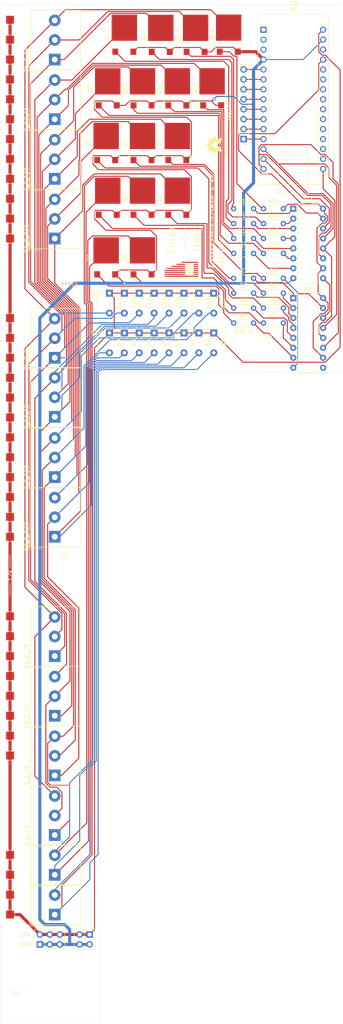
<source format=kicad_pcb>
(kicad_pcb (version 20171130) (host pcbnew "(5.1.6-0-10_14)")
  (layers (0 F.Cu signal) (31 B.Cu signal) (34 B.Paste user) (35 F.Paste user) (36 B.SilkS user) (37 F.SilkS user) (38 B.Mask user) (39 F.Mask user) (44 Edge.Cuts user))
  (net 0 "")
  (net 1 "Net-(A1-Pad1)")
  (net 2 "Net-(A1-Pad17)")
  (net 3 "Net-(A1-Pad2)")
  (net 4 "Net-(A1-Pad18)")
  (net 5 "Net-(A1-Pad3)")
  (net 6 "Net-(A1-Pad19)")
  (net 7 GND)
  (net 8 "Net-(A1-Pad20)")
  (net 9 "Net-(A1-Pad5)")
  (net 10 "Net-(A1-Pad21)")
  (net 11 "Net-(A1-Pad6)")
  (net 12 "Net-(A1-Pad22)")
  (net 13 "Net-(A1-Pad7)")
  (net 14 "Net-(A1-Pad23)")
  (net 15 "Net-(A1-Pad8)")
  (net 16 "Net-(A1-Pad24)")
  (net 17 "Net-(A1-Pad9)")
  (net 18 "Net-(A1-Pad25)")
  (net 19 "Net-(A1-Pad10)")
  (net 20 "Net-(A1-Pad26)")
  (net 21 "Net-(A1-Pad11)")
  (net 22 "Net-(A1-Pad27)")
  (net 23 "Net-(A1-Pad12)")
  (net 24 "Net-(A1-Pad28)")
  (net 25 "Net-(A1-Pad13)")
  (net 26 "Net-(A1-Pad14)")
  (net 27 +12V)
  (net 28 "Net-(A1-Pad15)")
  (net 29 "Net-(A1-Pad16)")
  (net 30 "Net-(R1-Pad2)")
  (net 31 "Net-(R2-Pad2)")
  (net 32 "Net-(R3-Pad2)")
  (net 33 "Net-(R4-Pad2)")
  (net 34 "Net-(R5-Pad2)")
  (net 35 "Net-(R6-Pad2)")
  (net 36 "Net-(R7-Pad2)")
  (net 37 "Net-(R8-Pad2)")
  (net 38 "Net-(R9-Pad2)")
  (net 39 "Net-(R10-Pad2)")
  (net 40 "Net-(R11-Pad2)")
  (net 41 "Net-(R12-Pad2)")
  (net 42 "Net-(R13-Pad2)")
  (net 43 "Net-(R14-Pad2)")
  (net 44 "Net-(R15-Pad2)")
  (net 45 "Net-(R16-Pad2)")
  (net 46 "Net-(U1-Pad14)")
  (net 47 "Net-(U1-Pad9)")
  (net 48 "Net-(D1-Pad2)")
  (net 49 "Net-(D2-Pad2)")
  (net 50 "Net-(D3-Pad2)")
  (net 51 "Net-(D4-Pad2)")
  (net 52 "Net-(D9-Pad2)")
  (net 53 "Net-(D10-Pad2)")
  (net 54 "Net-(D11-Pad2)")
  (net 55 "Net-(D12-Pad2)")
  (net 56 "Net-(D13-Pad2)")
  (net 57 "Net-(D14-Pad2)")
  (net 58 "Net-(Bb_B_C1-Pad3)")
  (net 59 "Net-(Bb_B_C1-Pad2)")
  (net 60 "Net-(Bb_B_C1-Pad1)")
  (net 61 "Net-(C#_D_D#1-Pad3)")
  (net 62 "Net-(C#_D_D#1-Pad2)")
  (net 63 "Net-(C#_D_D#1-Pad1)")
  (net 64 "Net-(Q1-Pad1)")
  (net 65 "Net-(Q2-Pad1)")
  (net 66 "Net-(Q3-Pad1)")
  (net 67 "Net-(Q4-Pad1)")
  (net 68 "Net-(Q5-Pad1)")
  (net 69 "Net-(Q6-Pad1)")
  (net 70 "Net-(Q7-Pad1)")
  (net 71 "Net-(Q8-Pad1)")
  (net 72 "Net-(Q9-Pad1)")
  (net 73 "Net-(Q10-Pad1)")
  (net 74 "Net-(Q11-Pad1)")
  (net 75 "Net-(Q12-Pad1)")
  (net 76 "Net-(Q13-Pad1)")
  (net 77 "Net-(Q14-Pad1)")
  (net 78 "Net-(Q15-Pad1)")
  (net 79 "Net-(Q16-Pad1)")
  (module Symbol:OSHW-Logo2_7.3x6mm_SilkScreen (layer F.Cu) (at 233.172 67.564 90)
    (fp_text reference REF** hide)
    (fp_text value OSHW-Logo2_7.3x6mm_SilkScreen hide)
  )
  (module TestPoint:TestPoint_Pad_2.0x2.0mm (layer F.Cu) (at 180.34 132.08)
    (fp_text reference J46 hide)
    (fp_text value Conn_01x01_Male)
    (pad 1 smd rect (at 0 0) (size 2 2) (layers F.Cu F.Mask) (net 27 +12V))
  )
  (module TestPoint:TestPoint_Pad_2.0x2.0mm (layer F.Cu) (at 180.34 248.92)
    (fp_text reference J45 hide)
    (fp_text value Conn_01x01_Male)
    (pad 1 smd rect (at 0 0) (size 2 2) (layers F.Cu F.Mask) (net 27 +12V))
  )
  (module TestPoint:TestPoint_Pad_2.0x2.0mm (layer F.Cu) (at 180.34 193.04)
    (fp_text reference J44 hide)
    (fp_text value Conn_01x01_Male)
    (pad 1 smd rect (at 0 0) (size 2 2) (layers F.Cu F.Mask) (net 27 +12V))
  )
  (module TestPoint:TestPoint_Pad_2.0x2.0mm (layer F.Cu) (at 180.34 223.52)
    (fp_text reference J43 hide)
    (fp_text value Conn_01x01_Male)
    (pad 1 smd rect (at 0 0) (size 2 2) (layers F.Cu F.Mask) (net 27 +12V))
  )
  (module TestPoint:TestPoint_Pad_2.0x2.0mm (layer F.Cu) (at 180.34 254)
    (fp_text reference J42 hide)
    (fp_text value Conn_01x01_Male)
    (pad 1 smd rect (at 0 0) (size 2 2) (layers F.Cu F.Mask) (net 27 +12V))
  )
  (module TestPoint:TestPoint_Pad_2.0x2.0mm (layer F.Cu) (at 180.34 137.16)
    (fp_text reference J41 hide)
    (fp_text value Conn_01x01_Male)
    (pad 1 smd rect (at 0 0) (size 2 2) (layers F.Cu F.Mask) (net 27 +12V))
  )
  (module TestPoint:TestPoint_Pad_2.0x2.0mm (layer F.Cu) (at 180.34 198.12)
    (fp_text reference J40 hide)
    (fp_text value Conn_01x01_Male)
    (pad 1 smd rect (at 0 0) (size 2 2) (layers F.Cu F.Mask) (net 27 +12V))
  )
  (module TestPoint:TestPoint_Pad_2.0x2.0mm (layer F.Cu) (at 180.34 208.28)
    (fp_text reference J39 hide)
    (fp_text value Conn_01x01_Male)
    (pad 1 smd rect (at 0 0) (size 2 2) (layers F.Cu F.Mask) (net 27 +12V))
  )
  (module TestPoint:TestPoint_Pad_2.0x2.0mm (layer F.Cu) (at 180.34 142.24)
    (fp_text reference J37 hide)
    (fp_text value Conn_01x01_Male)
    (pad 1 smd rect (at 0 0) (size 2 2) (layers F.Cu F.Mask) (net 27 +12V))
  )
  (module TestPoint:TestPoint_Pad_2.0x2.0mm (layer F.Cu) (at 180.34 203.2)
    (fp_text reference J36 hide)
    (fp_text value Conn_01x01_Male)
    (pad 1 smd rect (at 0 0) (size 2 2) (layers F.Cu F.Mask) (net 27 +12V))
  )
  (module TestPoint:TestPoint_Pad_2.0x2.0mm (layer F.Cu) (at 180.34 259.08)
    (fp_text reference J35 hide)
    (fp_text value Conn_01x01_Male)
    (pad 1 smd rect (at 0 0) (size 2 2) (layers F.Cu F.Mask) (net 27 +12V))
  )
  (module TestPoint:TestPoint_Pad_2.0x2.0mm (layer F.Cu) (at 180.34 147.32)
    (fp_text reference J33 hide)
    (fp_text value Conn_01x01_Male)
    (pad 1 smd rect (at 0 0) (size 2 2) (layers F.Cu F.Mask) (net 27 +12V))
  )
  (module TestPoint:TestPoint_Pad_2.0x2.0mm (layer F.Cu) (at 180.34 213.36)
    (fp_text reference J32 hide)
    (fp_text value Conn_01x01_Male)
    (pad 1 smd rect (at 0 0) (size 2 2) (layers F.Cu F.Mask) (net 27 +12V))
  )
  (module TestPoint:TestPoint_Pad_2.0x2.0mm (layer F.Cu) (at 180.34 264.16)
    (fp_text reference J31 hide)
    (fp_text value Conn_01x01_Male)
    (pad 1 smd rect (at 0 0) (size 2 2) (layers F.Cu F.Mask) (net 27 +12V))
  )
  (module TestPoint:TestPoint_Pad_2.0x2.0mm (layer F.Cu) (at 180.34 152.4)
    (fp_text reference J29 hide)
    (fp_text value Conn_01x01_Male)
    (pad 1 smd rect (at 0 0) (size 2 2) (layers F.Cu F.Mask) (net 27 +12V))
  )
  (module TestPoint:TestPoint_Pad_2.0x2.0mm (layer F.Cu) (at 180.34 218.44)
    (fp_text reference J28 hide)
    (fp_text value Conn_01x01_Male)
    (pad 1 smd rect (at 0 0) (size 2 2) (layers F.Cu F.Mask) (net 27 +12V))
  )
  (module TestPoint:TestPoint_Pad_2.0x2.0mm (layer F.Cu) (at 180.34 157.48)
    (fp_text reference J25 hide)
    (fp_text value Conn_01x01_Male)
    (pad 1 smd rect (at 0 0) (size 2 2) (layers F.Cu F.Mask) (net 27 +12V))
  )
  (module TestPoint:TestPoint_Pad_2.0x2.0mm (layer F.Cu) (at 180.34 162.56)
    (fp_text reference J22 hide)
    (fp_text value Conn_01x01_Male)
    (pad 1 smd rect (at 0 0) (size 2 2) (layers F.Cu F.Mask) (net 27 +12V))
  )
  (module TestPoint:TestPoint_Pad_2.0x2.0mm (layer F.Cu) (at 180.34 187.96)
    (fp_text reference J21 hide)
    (fp_text value Conn_01x01_Male)
    (pad 1 smd rect (at 0 0) (size 2 2) (layers F.Cu F.Mask) (net 27 +12V))
  )
  (module TestPoint:TestPoint_Pad_2.0x2.0mm (layer F.Cu) (at 180.34 167.64)
    (fp_text reference J20 hide)
    (fp_text value Conn_01x01_Male)
    (pad 1 smd rect (at 0 0) (size 2 2) (layers F.Cu F.Mask) (net 27 +12V))
  )
  (module TestPoint:TestPoint_Pad_2.0x2.0mm (layer F.Cu) (at 180.34 127)
    (fp_text reference J19 hide)
    (fp_text value Conn_01x01_Male)
    (pad 1 smd rect (at 0 0) (size 2 2) (layers F.Cu F.Mask) (net 27 +12V))
  )
  (module TestPoint:TestPoint_Pad_2.0x2.0mm (layer F.Cu) (at 180.34 60.96)
    (fp_text reference J18 hide)
    (fp_text value Conn_01x01_Male)
    (pad 1 smd rect (at 0 0) (size 2 2) (layers F.Cu F.Mask) (net 27 +12V))
  )
  (module TestPoint:TestPoint_Pad_2.0x2.0mm (layer F.Cu) (at 180.34 66.04)
    (fp_text reference J17 hide)
    (fp_text value Conn_01x01_Male)
    (pad 1 smd rect (at 0 0) (size 2 2) (layers F.Cu F.Mask) (net 27 +12V))
  )
  (module TestPoint:TestPoint_Pad_2.0x2.0mm (layer F.Cu) (at 180.34 121.92)
    (fp_text reference J16 hide)
    (fp_text value Conn_01x01_Male)
    (pad 1 smd rect (at 0 0) (size 2 2) (layers F.Cu F.Mask) (net 27 +12V))
  )
  (module TestPoint:TestPoint_Pad_2.0x2.0mm (layer F.Cu) (at 180.34 71.12)
    (fp_text reference J15 hide)
    (fp_text value Conn_01x01_Male)
    (pad 1 smd rect (at 0 0) (size 2 2) (layers F.Cu F.Mask) (net 27 +12V))
  )
  (module TestPoint:TestPoint_Pad_2.0x2.0mm (layer F.Cu) (at 180.34 111.76)
    (fp_text reference J14 hide)
    (fp_text value Conn_01x01_Male)
    (pad 1 smd rect (at 0 0) (size 2 2) (layers F.Cu F.Mask) (net 27 +12V))
  )
  (module TestPoint:TestPoint_Pad_2.0x2.0mm (layer F.Cu) (at 180.34 116.84)
    (fp_text reference J13 hide)
    (fp_text value Conn_01x01_Male)
    (pad 1 smd rect (at 0 0) (size 2 2) (layers F.Cu F.Mask) (net 27 +12V))
  )
  (module TestPoint:TestPoint_Pad_2.0x2.0mm (layer F.Cu) (at 180.34 76.2)
    (fp_text reference J12 hide)
    (fp_text value Conn_01x01_Male)
    (pad 1 smd rect (at 0 0) (size 2 2) (layers F.Cu F.Mask) (net 27 +12V))
  )
  (module TestPoint:TestPoint_Pad_2.0x2.0mm (layer F.Cu) (at 180.34 81.28)
    (fp_text reference J11 hide)
    (fp_text value Conn_01x01_Male)
    (pad 1 smd rect (at 0 0) (size 2 2) (layers F.Cu F.Mask) (net 27 +12V))
  )
  (module TestPoint:TestPoint_Pad_2.0x2.0mm (layer F.Cu) (at 180.34 86.36)
    (fp_text reference J10 hide)
    (fp_text value Conn_01x01_Male)
    (pad 1 smd rect (at 0 0) (size 2 2) (layers F.Cu F.Mask) (net 27 +12V))
  )
  (module TestPoint:TestPoint_Pad_2.0x2.0mm (layer F.Cu) (at 180.34 50.8)
    (fp_text reference J9 hide)
    (fp_text value Conn_01x01_Male)
    (pad 1 smd rect (at 0 0) (size 2 2) (layers F.Cu F.Mask) (net 27 +12V))
  )
  (module TestPoint:TestPoint_Pad_2.0x2.0mm (layer F.Cu) (at 180.34 91.44)
    (fp_text reference J8 hide)
    (fp_text value Conn_01x01_Male)
    (pad 1 smd rect (at 0 0) (size 2 2) (layers F.Cu F.Mask) (net 27 +12V))
  )
  (module TestPoint:TestPoint_Pad_2.0x2.0mm (layer F.Cu) (at 180.34 35.56)
    (fp_text reference J7 hide)
    (fp_text value Conn_01x01_Male)
    (pad 1 smd rect (at 0 0) (size 2 2) (layers F.Cu F.Mask) (net 27 +12V))
  )
  (module TestPoint:TestPoint_Pad_2.0x2.0mm (layer F.Cu) (at 180.34 45.72)
    (fp_text reference J6 hide)
    (fp_text value Conn_01x01_Male)
    (pad 1 smd rect (at 0 0) (size 2 2) (layers F.Cu F.Mask) (net 27 +12V))
  )
  (module TestPoint:TestPoint_Pad_2.0x2.0mm (layer F.Cu) (at 180.34 55.88)
    (fp_text reference J5 hide)
    (fp_text value Conn_01x01_Male)
    (pad 1 smd rect (at 0 0) (size 2 2) (layers F.Cu F.Mask) (net 27 +12V))
  )
  (module TestPoint:TestPoint_Pad_2.0x2.0mm (layer F.Cu) (at 180.34 40.64)
    (fp_text reference J4 hide)
    (fp_text value Conn_01x01_Male)
    (pad 1 smd rect (at 0 0) (size 2 2) (layers F.Cu F.Mask) (net 27 +12V))
  )
  (module Resistor_THT:R_Axial_DIN0204_L3.6mm_D1.6mm_P5.08mm_Horizontal (layer F.Cu) (at 245.11 83.82)
    (fp_text reference R16 (at 2.54 -1.92) (layer F.SilkS))
    (fp_text value 1K)
    (pad 2 thru_hole oval (at 5.08 0) (size 1.4 1.4) (drill 0.7) (layers *.Cu *.Mask) (net 45 "Net-(R16-Pad2)"))
    (pad 1 thru_hole circle (at 0 0) (size 1.4 1.4) (drill 0.7) (layers *.Cu *.Mask) (net 79 "Net-(Q16-Pad1)"))
  )
  (module Resistor_THT:R_Axial_DIN0204_L3.6mm_D1.6mm_P5.08mm_Horizontal (layer F.Cu) (at 237.49 83.82)
    (fp_text reference R15 (at 2.54 -1.92) (layer F.SilkS))
    (fp_text value 1K)
    (pad 2 thru_hole oval (at 5.08 0) (size 1.4 1.4) (drill 0.7) (layers *.Cu *.Mask) (net 44 "Net-(R15-Pad2)"))
    (pad 1 thru_hole circle (at 0 0) (size 1.4 1.4) (drill 0.7) (layers *.Cu *.Mask) (net 78 "Net-(Q15-Pad1)"))
  )
  (module Resistor_THT:R_Axial_DIN0204_L3.6mm_D1.6mm_P5.08mm_Horizontal (layer F.Cu) (at 245.11 87.63)
    (fp_text reference R14 (at 2.54 -1.92) (layer F.SilkS))
    (fp_text value 1K)
    (pad 2 thru_hole oval (at 5.08 0) (size 1.4 1.4) (drill 0.7) (layers *.Cu *.Mask) (net 43 "Net-(R14-Pad2)"))
    (pad 1 thru_hole circle (at 0 0) (size 1.4 1.4) (drill 0.7) (layers *.Cu *.Mask) (net 77 "Net-(Q14-Pad1)"))
  )
  (module Resistor_THT:R_Axial_DIN0204_L3.6mm_D1.6mm_P5.08mm_Horizontal (layer F.Cu) (at 237.49 87.63)
    (fp_text reference R13 (at 2.54 -1.92) (layer F.SilkS))
    (fp_text value 1K)
    (pad 2 thru_hole oval (at 5.08 0) (size 1.4 1.4) (drill 0.7) (layers *.Cu *.Mask) (net 42 "Net-(R13-Pad2)"))
    (pad 1 thru_hole circle (at 0 0) (size 1.4 1.4) (drill 0.7) (layers *.Cu *.Mask) (net 76 "Net-(Q13-Pad1)"))
  )
  (module Resistor_THT:R_Axial_DIN0204_L3.6mm_D1.6mm_P5.08mm_Horizontal (layer F.Cu) (at 245.11 91.44)
    (fp_text reference R12 (at 2.54 -1.92) (layer F.SilkS))
    (fp_text value 1K)
    (pad 2 thru_hole oval (at 5.08 0) (size 1.4 1.4) (drill 0.7) (layers *.Cu *.Mask) (net 41 "Net-(R12-Pad2)"))
    (pad 1 thru_hole circle (at 0 0) (size 1.4 1.4) (drill 0.7) (layers *.Cu *.Mask) (net 75 "Net-(Q12-Pad1)"))
  )
  (module Resistor_THT:R_Axial_DIN0204_L3.6mm_D1.6mm_P5.08mm_Horizontal (layer F.Cu) (at 237.49 91.44)
    (fp_text reference R11 (at 2.54 -1.92) (layer F.SilkS))
    (fp_text value 1K)
    (pad 2 thru_hole oval (at 5.08 0) (size 1.4 1.4) (drill 0.7) (layers *.Cu *.Mask) (net 40 "Net-(R11-Pad2)"))
    (pad 1 thru_hole circle (at 0 0) (size 1.4 1.4) (drill 0.7) (layers *.Cu *.Mask) (net 74 "Net-(Q11-Pad1)"))
  )
  (module Resistor_THT:R_Axial_DIN0204_L3.6mm_D1.6mm_P5.08mm_Horizontal (layer F.Cu) (at 245.11 95.25)
    (fp_text reference R10 (at 2.54 -1.92) (layer F.SilkS))
    (fp_text value 1K)
    (pad 2 thru_hole oval (at 5.08 0) (size 1.4 1.4) (drill 0.7) (layers *.Cu *.Mask) (net 39 "Net-(R10-Pad2)"))
    (pad 1 thru_hole circle (at 0 0) (size 1.4 1.4) (drill 0.7) (layers *.Cu *.Mask) (net 73 "Net-(Q10-Pad1)"))
  )
  (module Resistor_THT:R_Axial_DIN0204_L3.6mm_D1.6mm_P5.08mm_Horizontal (layer F.Cu) (at 237.49 95.25)
    (fp_text reference R9 (at 2.54 -1.92) (layer F.SilkS))
    (fp_text value 1K)
    (pad 2 thru_hole oval (at 5.08 0) (size 1.4 1.4) (drill 0.7) (layers *.Cu *.Mask) (net 38 "Net-(R9-Pad2)"))
    (pad 1 thru_hole circle (at 0 0) (size 1.4 1.4) (drill 0.7) (layers *.Cu *.Mask) (net 72 "Net-(Q9-Pad1)"))
  )
  (module Resistor_THT:R_Axial_DIN0204_L3.6mm_D1.6mm_P5.08mm_Horizontal (layer F.Cu) (at 245.11 101.6)
    (fp_text reference R8 (at 2.54 -1.92) (layer F.SilkS))
    (fp_text value 1K)
    (pad 2 thru_hole oval (at 5.08 0) (size 1.4 1.4) (drill 0.7) (layers *.Cu *.Mask) (net 37 "Net-(R8-Pad2)"))
    (pad 1 thru_hole circle (at 0 0) (size 1.4 1.4) (drill 0.7) (layers *.Cu *.Mask) (net 71 "Net-(Q8-Pad1)"))
  )
  (module Resistor_THT:R_Axial_DIN0204_L3.6mm_D1.6mm_P5.08mm_Horizontal (layer F.Cu) (at 237.49 101.6)
    (fp_text reference R7 (at 2.54 -1.92) (layer F.SilkS))
    (fp_text value 1K)
    (pad 2 thru_hole oval (at 5.08 0) (size 1.4 1.4) (drill 0.7) (layers *.Cu *.Mask) (net 36 "Net-(R7-Pad2)"))
    (pad 1 thru_hole circle (at 0 0) (size 1.4 1.4) (drill 0.7) (layers *.Cu *.Mask) (net 70 "Net-(Q7-Pad1)"))
  )
  (module Resistor_THT:R_Axial_DIN0204_L3.6mm_D1.6mm_P5.08mm_Horizontal (layer F.Cu) (at 245.11 105.41)
    (fp_text reference R6 (at 2.54 -1.92) (layer F.SilkS))
    (fp_text value 1K)
    (pad 2 thru_hole oval (at 5.08 0) (size 1.4 1.4) (drill 0.7) (layers *.Cu *.Mask) (net 35 "Net-(R6-Pad2)"))
    (pad 1 thru_hole circle (at 0 0) (size 1.4 1.4) (drill 0.7) (layers *.Cu *.Mask) (net 69 "Net-(Q6-Pad1)"))
  )
  (module Resistor_THT:R_Axial_DIN0204_L3.6mm_D1.6mm_P5.08mm_Horizontal (layer F.Cu) (at 237.49 105.41)
    (fp_text reference R5 (at 2.54 -1.92) (layer F.SilkS))
    (fp_text value 1K)
    (pad 2 thru_hole oval (at 5.08 0) (size 1.4 1.4) (drill 0.7) (layers *.Cu *.Mask) (net 34 "Net-(R5-Pad2)"))
    (pad 1 thru_hole circle (at 0 0) (size 1.4 1.4) (drill 0.7) (layers *.Cu *.Mask) (net 68 "Net-(Q5-Pad1)"))
  )
  (module Resistor_THT:R_Axial_DIN0204_L3.6mm_D1.6mm_P5.08mm_Horizontal (layer F.Cu) (at 245.11 109.22)
    (fp_text reference R4 (at 2.54 -1.92) (layer F.SilkS))
    (fp_text value 1K)
    (pad 2 thru_hole oval (at 5.08 0) (size 1.4 1.4) (drill 0.7) (layers *.Cu *.Mask) (net 33 "Net-(R4-Pad2)"))
    (pad 1 thru_hole circle (at 0 0) (size 1.4 1.4) (drill 0.7) (layers *.Cu *.Mask) (net 67 "Net-(Q4-Pad1)"))
  )
  (module Resistor_THT:R_Axial_DIN0204_L3.6mm_D1.6mm_P5.08mm_Horizontal (layer F.Cu) (at 237.49 109.22)
    (fp_text reference R3 (at 2.54 -1.92) (layer F.SilkS))
    (fp_text value 1K)
    (pad 2 thru_hole oval (at 5.08 0) (size 1.4 1.4) (drill 0.7) (layers *.Cu *.Mask) (net 32 "Net-(R3-Pad2)"))
    (pad 1 thru_hole circle (at 0 0) (size 1.4 1.4) (drill 0.7) (layers *.Cu *.Mask) (net 66 "Net-(Q3-Pad1)"))
  )
  (module Resistor_THT:R_Axial_DIN0204_L3.6mm_D1.6mm_P5.08mm_Horizontal (layer F.Cu) (at 245.11 113.03)
    (fp_text reference R2 (at 2.54 -1.92) (layer F.SilkS))
    (fp_text value 1K)
    (pad 2 thru_hole oval (at 5.08 0) (size 1.4 1.4) (drill 0.7) (layers *.Cu *.Mask) (net 31 "Net-(R2-Pad2)"))
    (pad 1 thru_hole circle (at 0 0) (size 1.4 1.4) (drill 0.7) (layers *.Cu *.Mask) (net 65 "Net-(Q2-Pad1)"))
  )
  (module Resistor_THT:R_Axial_DIN0204_L3.6mm_D1.6mm_P5.08mm_Horizontal (layer F.Cu) (at 237.49 113.03)
    (fp_text reference R1 (at 2.54 -1.92) (layer F.SilkS))
    (fp_text value 1K)
    (pad 2 thru_hole oval (at 5.08 0) (size 1.4 1.4) (drill 0.7) (layers *.Cu *.Mask) (net 30 "Net-(R1-Pad2)"))
    (pad 1 thru_hole circle (at 0 0) (size 1.4 1.4) (drill 0.7) (layers *.Cu *.Mask) (net 64 "Net-(Q1-Pad1)"))
  )
  (module TerminalBlock_Altech:Altech_AK300_1x03_P5.00mm_45-Degree (layer F.Cu) (at 191.77 167.64 90)
    (fp_text reference C#_D_D#2 (at 0 -7.2 90) (layer F.SilkS))
    (fp_text value Screw_Terminal_01x03)
    (pad 3 thru_hole circle (at 10 0 90) (size 3 3) (drill 1.5) (layers *.Cu *.Mask) (net 61 "Net-(C#_D_D#1-Pad3)"))
    (pad 2 thru_hole circle (at 5 0 90) (size 3 3) (drill 1.5) (layers *.Cu *.Mask) (net 62 "Net-(C#_D_D#1-Pad2)"))
    (pad 1 thru_hole rect (at 0 0 90) (size 3 3) (drill 1.5) (layers *.Cu *.Mask) (net 63 "Net-(C#_D_D#1-Pad1)"))
  )
  (module TerminalBlock_Altech:Altech_AK300_1x03_P5.00mm_45-Degree (layer F.Cu) (at 191.77 76.2 90)
    (fp_text reference E_F_F#1 (at 0 -7.2 90) (layer F.SilkS))
    (fp_text value Screw_Terminal_01x03)
    (pad 3 thru_hole circle (at 10 0 90) (size 3 3) (drill 1.5) (layers *.Cu *.Mask) (net 54 "Net-(D11-Pad2)"))
    (pad 2 thru_hole circle (at 5 0 90) (size 3 3) (drill 1.5) (layers *.Cu *.Mask) (net 53 "Net-(D10-Pad2)"))
    (pad 1 thru_hole rect (at 0 0 90) (size 3 3) (drill 1.5) (layers *.Cu *.Mask) (net 52 "Net-(D9-Pad2)"))
  )
  (module Diode_THT:D_A-405_P5.08mm_Vertical_AnodeUp (layer F.Cu) (at 209.55 115.57 270)
    (fp_text reference D8 (at 2.54 -2.47 90) (layer F.SilkS))
    (fp_text value D)
    (pad 2 thru_hole oval (at 5.08 0 270) (size 1.8 1.8) (drill 0.9) (layers *.Cu *.Mask) (net 61 "Net-(C#_D_D#1-Pad3)"))
    (pad 1 thru_hole rect (at 0 0 270) (size 1.8 1.8) (drill 0.9) (layers *.Cu *.Mask) (net 27 +12V))
  )
  (module Package_DIP:DIP-16_W7.62mm (layer F.Cu) (at 252.73 83.82)
    (fp_text reference U2 (at 3.81 -2.33) (layer F.SilkS))
    (fp_text value 74HC595)
    (pad 1 thru_hole rect (at 0 0) (size 1.6 1.6) (drill 0.8) (layers *.Cu *.Mask) (net 44 "Net-(R15-Pad2)"))
    (pad 9 thru_hole oval (at 7.62 17.78) (size 1.6 1.6) (drill 0.8) (layers *.Cu *.Mask) (net 46 "Net-(U1-Pad14)"))
    (pad 2 thru_hole oval (at 0 2.54) (size 1.6 1.6) (drill 0.8) (layers *.Cu *.Mask) (net 43 "Net-(R14-Pad2)"))
    (pad 10 thru_hole oval (at 7.62 15.24) (size 1.6 1.6) (drill 0.8) (layers *.Cu *.Mask) (net 22 "Net-(A1-Pad27)"))
    (pad 3 thru_hole oval (at 0 5.08) (size 1.6 1.6) (drill 0.8) (layers *.Cu *.Mask) (net 42 "Net-(R13-Pad2)"))
    (pad 11 thru_hole oval (at 7.62 12.7) (size 1.6 1.6) (drill 0.8) (layers *.Cu *.Mask) (net 28 "Net-(A1-Pad15)"))
    (pad 4 thru_hole oval (at 0 7.62) (size 1.6 1.6) (drill 0.8) (layers *.Cu *.Mask) (net 41 "Net-(R12-Pad2)"))
    (pad 12 thru_hole oval (at 7.62 10.16) (size 1.6 1.6) (drill 0.8) (layers *.Cu *.Mask) (net 29 "Net-(A1-Pad16)"))
    (pad 5 thru_hole oval (at 0 10.16) (size 1.6 1.6) (drill 0.8) (layers *.Cu *.Mask) (net 40 "Net-(R11-Pad2)"))
    (pad 13 thru_hole oval (at 7.62 7.62) (size 1.6 1.6) (drill 0.8) (layers *.Cu *.Mask) (net 25 "Net-(A1-Pad13)"))
    (pad 6 thru_hole oval (at 0 12.7) (size 1.6 1.6) (drill 0.8) (layers *.Cu *.Mask) (net 39 "Net-(R10-Pad2)"))
    (pad 14 thru_hole oval (at 7.62 5.08) (size 1.6 1.6) (drill 0.8) (layers *.Cu *.Mask) (net 26 "Net-(A1-Pad14)"))
    (pad 7 thru_hole oval (at 0 15.24) (size 1.6 1.6) (drill 0.8) (layers *.Cu *.Mask) (net 38 "Net-(R9-Pad2)"))
    (pad 15 thru_hole oval (at 7.62 2.54) (size 1.6 1.6) (drill 0.8) (layers *.Cu *.Mask) (net 45 "Net-(R16-Pad2)"))
    (pad 8 thru_hole oval (at 0 17.78) (size 1.6 1.6) (drill 0.8) (layers *.Cu *.Mask) (net 7 GND))
    (pad 16 thru_hole oval (at 7.62 0) (size 1.6 1.6) (drill 0.8) (layers *.Cu *.Mask) (net 22 "Net-(A1-Pad27)"))
  )
  (module Package_TO_SOT_SMD:ATPAK-2 (layer F.Cu) (at 236.22 39.37 90)
    (fp_text reference Q16 (at 0 -4.5 90) (layer F.SilkS))
    (fp_text value 2N7002K)
    (pad 2 smd rect (at 1.8 0 90) (size 6.7 6.5) (layers F.Cu F.Mask) (net 58 "Net-(Bb_B_C1-Pad3)"))
    (pad 3 smd rect (at -4.35 2.3 90) (size 1.6 1.5) (layers F.Cu F.Paste F.Mask) (net 7 GND))
    (pad 1 smd rect (at -4.35 -2.3 90) (size 1.6 1.5) (layers F.Cu F.Paste F.Mask) (net 79 "Net-(Q16-Pad1)"))
  )
  (module Package_TO_SOT_SMD:ATPAK-2 (layer F.Cu) (at 227.76 39.42 90)
    (fp_text reference Q15 (at 0 -4.5 90) (layer F.SilkS))
    (fp_text value 2N7002K)
    (pad 2 smd rect (at 1.8 0 90) (size 6.7 6.5) (layers F.Cu F.Mask) (net 59 "Net-(Bb_B_C1-Pad2)"))
    (pad 3 smd rect (at -4.35 2.3 90) (size 1.6 1.5) (layers F.Cu F.Paste F.Mask) (net 7 GND))
    (pad 1 smd rect (at -4.35 -2.3 90) (size 1.6 1.5) (layers F.Cu F.Paste F.Mask) (net 78 "Net-(Q15-Pad1)"))
  )
  (module Package_TO_SOT_SMD:ATPAK-2 (layer F.Cu) (at 218.87 39.42 90)
    (fp_text reference Q14 (at 0 -4.5 90) (layer F.SilkS))
    (fp_text value 2N7002K)
    (pad 2 smd rect (at 1.8 0 90) (size 6.7 6.5) (layers F.Cu F.Mask) (net 60 "Net-(Bb_B_C1-Pad1)"))
    (pad 3 smd rect (at -4.35 2.3 90) (size 1.6 1.5) (layers F.Cu F.Paste F.Mask) (net 7 GND))
    (pad 1 smd rect (at -4.35 -2.3 90) (size 1.6 1.5) (layers F.Cu F.Paste F.Mask) (net 77 "Net-(Q14-Pad1)"))
  )
  (module Package_TO_SOT_SMD:ATPAK-2 (layer F.Cu) (at 209.55 39.37 90)
    (fp_text reference Q13 (at 0 -4.5 90) (layer F.SilkS))
    (fp_text value 2N7002K)
    (pad 2 smd rect (at 1.8 0 90) (size 6.7 6.5) (layers F.Cu F.Mask) (net 57 "Net-(D14-Pad2)"))
    (pad 3 smd rect (at -4.35 2.3 90) (size 1.6 1.5) (layers F.Cu F.Paste F.Mask) (net 7 GND))
    (pad 1 smd rect (at -4.35 -2.3 90) (size 1.6 1.5) (layers F.Cu F.Paste F.Mask) (net 76 "Net-(Q13-Pad1)"))
  )
  (module Package_TO_SOT_SMD:ATPAK-2 (layer F.Cu) (at 231.98 53.08 90)
    (fp_text reference Q12 (at 0 -4.5 90) (layer F.SilkS))
    (fp_text value 2N7002K)
    (pad 2 smd rect (at 1.8 0 90) (size 6.7 6.5) (layers F.Cu F.Mask) (net 56 "Net-(D13-Pad2)"))
    (pad 3 smd rect (at -4.35 2.3 90) (size 1.6 1.5) (layers F.Cu F.Paste F.Mask) (net 7 GND))
    (pad 1 smd rect (at -4.35 -2.3 90) (size 1.6 1.5) (layers F.Cu F.Paste F.Mask) (net 75 "Net-(Q12-Pad1)"))
  )
  (module Package_TO_SOT_SMD:ATPAK-2 (layer F.Cu) (at 223.09 53.08 90)
    (fp_text reference Q11 (at 0 -4.5 90) (layer F.SilkS))
    (fp_text value 2N7002K)
    (pad 2 smd rect (at 1.8 0 90) (size 6.7 6.5) (layers F.Cu F.Mask) (net 55 "Net-(D12-Pad2)"))
    (pad 3 smd rect (at -4.35 2.3 90) (size 1.6 1.5) (layers F.Cu F.Paste F.Mask) (net 7 GND))
    (pad 1 smd rect (at -4.35 -2.3 90) (size 1.6 1.5) (layers F.Cu F.Paste F.Mask) (net 74 "Net-(Q11-Pad1)"))
  )
  (module Package_TO_SOT_SMD:ATPAK-2 (layer F.Cu) (at 214.2 53.08 90)
    (fp_text reference Q10 (at 0 -4.5 90) (layer F.SilkS))
    (fp_text value 2N7002K)
    (pad 2 smd rect (at 1.8 0 90) (size 6.7 6.5) (layers F.Cu F.Mask) (net 54 "Net-(D11-Pad2)"))
    (pad 3 smd rect (at -4.35 2.3 90) (size 1.6 1.5) (layers F.Cu F.Paste F.Mask) (net 7 GND))
    (pad 1 smd rect (at -4.35 -2.3 90) (size 1.6 1.5) (layers F.Cu F.Paste F.Mask) (net 73 "Net-(Q10-Pad1)"))
  )
  (module Package_TO_SOT_SMD:ATPAK-2 (layer F.Cu) (at 205.31 53.08 90)
    (fp_text reference Q9 (at 0 -4.5 90) (layer F.SilkS))
    (fp_text value 2N7002K)
    (pad 2 smd rect (at 1.8 0 90) (size 6.7 6.5) (layers F.Cu F.Mask) (net 53 "Net-(D10-Pad2)"))
    (pad 3 smd rect (at -4.35 2.3 90) (size 1.6 1.5) (layers F.Cu F.Paste F.Mask) (net 7 GND))
    (pad 1 smd rect (at -4.35 -2.3 90) (size 1.6 1.5) (layers F.Cu F.Paste F.Mask) (net 72 "Net-(Q9-Pad1)"))
  )
  (module Package_TO_SOT_SMD:ATPAK-2 (layer F.Cu) (at 223.09 67.05 90)
    (fp_text reference Q8 (at 0 -4.5 90) (layer F.SilkS))
    (fp_text value 2N7002K)
    (pad 2 smd rect (at 1.8 0 90) (size 6.7 6.5) (layers F.Cu F.Mask) (net 52 "Net-(D9-Pad2)"))
    (pad 3 smd rect (at -4.35 2.3 90) (size 1.6 1.5) (layers F.Cu F.Paste F.Mask) (net 7 GND))
    (pad 1 smd rect (at -4.35 -2.3 90) (size 1.6 1.5) (layers F.Cu F.Paste F.Mask) (net 71 "Net-(Q8-Pad1)"))
  )
  (module Package_TO_SOT_SMD:ATPAK-2 (layer F.Cu) (at 214.2 67.05 90)
    (fp_text reference Q7 (at 0 -4.5 90) (layer F.SilkS))
    (fp_text value 2N7002K)
    (pad 2 smd rect (at 1.8 0 90) (size 6.7 6.5) (layers F.Cu F.Mask) (net 61 "Net-(C#_D_D#1-Pad3)"))
    (pad 3 smd rect (at -4.35 2.3 90) (size 1.6 1.5) (layers F.Cu F.Paste F.Mask) (net 7 GND))
    (pad 1 smd rect (at -4.35 -2.3 90) (size 1.6 1.5) (layers F.Cu F.Paste F.Mask) (net 70 "Net-(Q7-Pad1)"))
  )
  (module Package_TO_SOT_SMD:ATPAK-2 (layer F.Cu) (at 204.9 67.05 90)
    (fp_text reference Q6 (at 0 -4.5 90) (layer F.SilkS))
    (fp_text value 2N7002K)
    (pad 2 smd rect (at 1.8 0 90) (size 6.7 6.5) (layers F.Cu F.Mask) (net 62 "Net-(C#_D_D#1-Pad2)"))
    (pad 3 smd rect (at -4.35 2.3 90) (size 1.6 1.5) (layers F.Cu F.Paste F.Mask) (net 7 GND))
    (pad 1 smd rect (at -4.35 -2.3 90) (size 1.6 1.5) (layers F.Cu F.Paste F.Mask) (net 69 "Net-(Q6-Pad1)"))
  )
  (module Package_TO_SOT_SMD:ATPAK-2 (layer F.Cu) (at 223.09 81.02 90)
    (fp_text reference Q5 (at 0 -4.5 90) (layer F.SilkS))
    (fp_text value 2N7002K)
    (pad 2 smd rect (at 1.8 0 90) (size 6.7 6.5) (layers F.Cu F.Mask) (net 63 "Net-(C#_D_D#1-Pad1)"))
    (pad 3 smd rect (at -4.35 2.3 90) (size 1.6 1.5) (layers F.Cu F.Paste F.Mask) (net 7 GND))
    (pad 1 smd rect (at -4.35 -2.3 90) (size 1.6 1.5) (layers F.Cu F.Paste F.Mask) (net 68 "Net-(Q5-Pad1)"))
  )
  (module Package_TO_SOT_SMD:ATPAK-2 (layer F.Cu) (at 214.2 81.02 90)
    (fp_text reference Q4 (at 0 -4.5 90) (layer F.SilkS))
    (fp_text value 2N7002K)
    (pad 2 smd rect (at 1.8 0 90) (size 6.7 6.5) (layers F.Cu F.Mask) (net 51 "Net-(D4-Pad2)"))
    (pad 3 smd rect (at -4.35 2.3 90) (size 1.6 1.5) (layers F.Cu F.Paste F.Mask) (net 7 GND))
    (pad 1 smd rect (at -4.35 -2.3 90) (size 1.6 1.5) (layers F.Cu F.Paste F.Mask) (net 67 "Net-(Q4-Pad1)"))
  )
  (module Package_TO_SOT_SMD:ATPAK-2 (layer F.Cu) (at 205.31 81.02 90)
    (fp_text reference Q3 (at 0 -4.5 90) (layer F.SilkS))
    (fp_text value 2N7002K)
    (pad 2 smd rect (at 1.8 0 90) (size 6.7 6.5) (layers F.Cu F.Mask) (net 50 "Net-(D3-Pad2)"))
    (pad 3 smd rect (at -4.35 2.3 90) (size 1.6 1.5) (layers F.Cu F.Paste F.Mask) (net 7 GND))
    (pad 1 smd rect (at -4.35 -2.3 90) (size 1.6 1.5) (layers F.Cu F.Paste F.Mask) (net 66 "Net-(Q3-Pad1)"))
  )
  (module Package_TO_SOT_SMD:ATPAK-2 (layer F.Cu) (at 214.2 96.26 90)
    (fp_text reference Q2 (at 0 -4.5 90) (layer F.SilkS))
    (fp_text value 2N7002K)
    (pad 2 smd rect (at 1.8 0 90) (size 6.7 6.5) (layers F.Cu F.Mask) (net 49 "Net-(D2-Pad2)"))
    (pad 3 smd rect (at -4.35 2.3 90) (size 1.6 1.5) (layers F.Cu F.Paste F.Mask) (net 7 GND))
    (pad 1 smd rect (at -4.35 -2.3 90) (size 1.6 1.5) (layers F.Cu F.Paste F.Mask) (net 65 "Net-(Q2-Pad1)"))
  )
  (module Package_TO_SOT_SMD:ATPAK-2 (layer F.Cu) (at 204.9 96.26 90)
    (fp_text reference Q1 (at 0 -4.5 90) (layer F.SilkS))
    (fp_text value 2N7002K)
    (pad 2 smd rect (at 1.8 0 90) (size 6.7 6.5) (layers F.Cu F.Mask) (net 48 "Net-(D1-Pad2)"))
    (pad 3 smd rect (at -4.35 2.3 90) (size 1.6 1.5) (layers F.Cu F.Paste F.Mask) (net 7 GND))
    (pad 1 smd rect (at -4.35 -2.3 90) (size 1.6 1.5) (layers F.Cu F.Paste F.Mask) (net 64 "Net-(Q1-Pad1)"))
  )
  (module TerminalBlock_Altech:Altech_AK300_1x02_P5.00mm_45-Degree (layer F.Cu) (at 191.77 254 90)
    (fp_text reference J3 hide)
    (fp_text value Screw_Terminal_01x02)
    (pad 2 thru_hole circle (at 5 0 90) (size 3 3) (drill 1.5) (layers *.Cu *.Mask) (net 51 "Net-(D4-Pad2)"))
    (pad 1 thru_hole rect (at 0 0 90) (size 3 3) (drill 1.5) (layers *.Cu *.Mask) (net 50 "Net-(D3-Pad2)"))
  )
  (module TerminalBlock_Altech:Altech_AK300_1x02_P5.00mm_45-Degree (layer F.Cu) (at 191.77 264.16 90)
    (fp_text reference J2 hide)
    (fp_text value Screw_Terminal_01x02)
    (pad 2 thru_hole circle (at 5 0 90) (size 3 3) (drill 1.5) (layers *.Cu *.Mask) (net 49 "Net-(D2-Pad2)"))
    (pad 1 thru_hole rect (at 0 0 90) (size 3 3) (drill 1.5) (layers *.Cu *.Mask) (net 48 "Net-(D1-Pad2)"))
  )
  (module TerminalBlock_Altech:Altech_AK300_1x03_P5.00mm_45-Degree (layer F.Cu) (at 191.77 137 90)
    (fp_text reference G_G#_A2 (at 0 -7.2 90) (layer F.SilkS))
    (fp_text value Screw_Terminal_01x03)
    (pad 3 thru_hole circle (at 10 0 90) (size 3 3) (drill 1.5) (layers *.Cu *.Mask) (net 57 "Net-(D14-Pad2)"))
    (pad 2 thru_hole circle (at 5 0 90) (size 3 3) (drill 1.5) (layers *.Cu *.Mask) (net 56 "Net-(D13-Pad2)"))
    (pad 1 thru_hole rect (at 0 0 90) (size 3 3) (drill 1.5) (layers *.Cu *.Mask) (net 55 "Net-(D12-Pad2)"))
  )
  (module TerminalBlock_Altech:Altech_AK300_1x03_P5.00mm_45-Degree (layer F.Cu) (at 191.77 60.96 90)
    (fp_text reference G_G#_A1 (at 0 -7.2 90) (layer F.SilkS))
    (fp_text value Screw_Terminal_01x03)
    (pad 3 thru_hole circle (at 10 0 90) (size 3 3) (drill 1.5) (layers *.Cu *.Mask) (net 57 "Net-(D14-Pad2)"))
    (pad 2 thru_hole circle (at 5 0 90) (size 3 3) (drill 1.5) (layers *.Cu *.Mask) (net 56 "Net-(D13-Pad2)"))
    (pad 1 thru_hole rect (at 0 0 90) (size 3 3) (drill 1.5) (layers *.Cu *.Mask) (net 55 "Net-(D12-Pad2)"))
  )
  (module TerminalBlock_Altech:Altech_AK300_1x03_P5.00mm_45-Degree (layer F.Cu) (at 191.77 243.84 90)
    (fp_text reference F_G_C1 (at 0 -7.2 90) (layer F.SilkS))
    (fp_text value Screw_Terminal_01x03)
    (pad 1 thru_hole rect (at 0 0 90) (size 3 3) (drill 1.5) (layers *.Cu *.Mask) (net 53 "Net-(D10-Pad2)"))
    (pad 2 thru_hole circle (at 5 0 90) (size 3 3) (drill 1.5) (layers *.Cu *.Mask) (net 55 "Net-(D12-Pad2)"))
    (pad 3 thru_hole circle (at 10 0 90) (size 3 3) (drill 1.5) (layers *.Cu *.Mask) (net 58 "Net-(Bb_B_C1-Pad3)"))
  )
  (module TerminalBlock_Altech:Altech_AK300_1x03_P5.00mm_45-Degree (layer F.Cu) (at 191.77 213.36 90)
    (fp_text reference F#_G_A1 (at 0 -7.2 90) (layer F.SilkS))
    (fp_text value Screw_Terminal_01x03)
    (pad 1 thru_hole rect (at 0 0 90) (size 3 3) (drill 1.5) (layers *.Cu *.Mask) (net 54 "Net-(D11-Pad2)"))
    (pad 2 thru_hole circle (at 5 0 90) (size 3 3) (drill 1.5) (layers *.Cu *.Mask) (net 55 "Net-(D12-Pad2)"))
    (pad 3 thru_hole circle (at 10 0 90) (size 3 3) (drill 1.5) (layers *.Cu *.Mask) (net 57 "Net-(D14-Pad2)"))
  )
  (module TerminalBlock_Altech:Altech_AK300_1x03_P5.00mm_45-Degree (layer F.Cu) (at 191.77 152.4 90)
    (fp_text reference E_F_F#2 (at 0 -7.2 90) (layer F.SilkS))
    (fp_text value Screw_Terminal_01x03)
    (pad 3 thru_hole circle (at 10 0 90) (size 3 3) (drill 1.5) (layers *.Cu *.Mask) (net 54 "Net-(D11-Pad2)"))
    (pad 2 thru_hole circle (at 5 0 90) (size 3 3) (drill 1.5) (layers *.Cu *.Mask) (net 53 "Net-(D10-Pad2)"))
    (pad 1 thru_hole rect (at 0 0 90) (size 3 3) (drill 1.5) (layers *.Cu *.Mask) (net 52 "Net-(D9-Pad2)"))
  )
  (module TerminalBlock_Altech:Altech_AK300_1x03_P5.00mm_45-Degree (layer F.Cu) (at 191.77 228.6 90)
    (fp_text reference D_E_F1 (at 0 -7.2 90) (layer F.SilkS))
    (fp_text value Screw_Terminal_01x03)
    (pad 1 thru_hole rect (at 0 0 90) (size 3 3) (drill 1.5) (layers *.Cu *.Mask) (net 62 "Net-(C#_D_D#1-Pad2)"))
    (pad 2 thru_hole circle (at 5 0 90) (size 3 3) (drill 1.5) (layers *.Cu *.Mask) (net 52 "Net-(D9-Pad2)"))
    (pad 3 thru_hole circle (at 10 0 90) (size 3 3) (drill 1.5) (layers *.Cu *.Mask) (net 53 "Net-(D10-Pad2)"))
  )
  (module TerminalBlock_Altech:Altech_AK300_1x03_P5.00mm_45-Degree (layer F.Cu) (at 191.77 91.44 90)
    (fp_text reference C#_D_D#1 (at 0 -7.2 90) (layer F.SilkS))
    (fp_text value Screw_Terminal_01x03)
    (pad 3 thru_hole circle (at 10 0 90) (size 3 3) (drill 1.5) (layers *.Cu *.Mask) (net 61 "Net-(C#_D_D#1-Pad3)"))
    (pad 2 thru_hole circle (at 5 0 90) (size 3 3) (drill 1.5) (layers *.Cu *.Mask) (net 62 "Net-(C#_D_D#1-Pad2)"))
    (pad 1 thru_hole rect (at 0 0 90) (size 3 3) (drill 1.5) (layers *.Cu *.Mask) (net 63 "Net-(C#_D_D#1-Pad1)"))
  )
  (module TerminalBlock_Altech:Altech_AK300_1x03_P5.00mm_45-Degree (layer F.Cu) (at 191.77 198.12 90)
    (fp_text reference Bb_B_C3 (at 0 -7.2 90) (layer F.SilkS))
    (fp_text value Screw_Terminal_01x03)
    (pad 1 thru_hole rect (at 0 0 90) (size 3 3) (drill 1.5) (layers *.Cu *.Mask) (net 60 "Net-(Bb_B_C1-Pad1)"))
    (pad 2 thru_hole circle (at 5 0 90) (size 3 3) (drill 1.5) (layers *.Cu *.Mask) (net 59 "Net-(Bb_B_C1-Pad2)"))
    (pad 3 thru_hole circle (at 10 0 90) (size 3 3) (drill 1.5) (layers *.Cu *.Mask) (net 58 "Net-(Bb_B_C1-Pad3)"))
  )
  (module TerminalBlock_Altech:Altech_AK300_1x03_P5.00mm_45-Degree (layer F.Cu) (at 191.77 121.92 90)
    (fp_text reference Bb_B_C2 (at 0 -7.2 90) (layer F.SilkS))
    (fp_text value Screw_Terminal_01x03)
    (pad 3 thru_hole circle (at 10 0 90) (size 3 3) (drill 1.5) (layers *.Cu *.Mask) (net 58 "Net-(Bb_B_C1-Pad3)"))
    (pad 2 thru_hole circle (at 5 0 90) (size 3 3) (drill 1.5) (layers *.Cu *.Mask) (net 59 "Net-(Bb_B_C1-Pad2)"))
    (pad 1 thru_hole rect (at 0 0 90) (size 3 3) (drill 1.5) (layers *.Cu *.Mask) (net 60 "Net-(Bb_B_C1-Pad1)"))
  )
  (module TerminalBlock_Altech:Altech_AK300_1x03_P5.00mm_45-Degree (layer F.Cu) (at 191.77 45.72 90)
    (fp_text reference Bb_B_C1 (at 0 -7.2 90) (layer F.SilkS))
    (fp_text value Screw_Terminal_01x03)
    (pad 1 thru_hole rect (at 0 0 90) (size 3 3) (drill 1.5) (layers *.Cu *.Mask) (net 60 "Net-(Bb_B_C1-Pad1)"))
    (pad 2 thru_hole circle (at 5 0 90) (size 3 3) (drill 1.5) (layers *.Cu *.Mask) (net 59 "Net-(Bb_B_C1-Pad2)"))
    (pad 3 thru_hole circle (at 10 0 90) (size 3 3) (drill 1.5) (layers *.Cu *.Mask) (net 58 "Net-(Bb_B_C1-Pad3)"))
  )
  (module MountingHole:MountingHole_3.2mm_M3 (layer F.Cu) (at 181.61 288.29)
    (fp_text reference H4 (at 0 -4.2) (layer F.SilkS))
    (fp_text value MountingHole)
    (pad 1 np_thru_hole circle (at 0 0) (size 3.2 3.2) (drill 3.2) (layers *.Cu *.Mask))
  )
  (module MountingHole:MountingHole_3.2mm_M3 (layer F.Cu) (at 252.73 35.56)
    (fp_text reference H3 (at 0 -4.2) (layer F.SilkS))
    (fp_text value MountingHole)
    (pad 1 np_thru_hole circle (at 0 0) (size 3.2 3.2) (drill 3.2) (layers *.Cu *.Mask))
  )
  (module MountingHole:MountingHole_3.2mm_M3 (layer F.Cu) (at 246.38 120.65)
    (fp_text reference H2 (at 0 -4.2) (layer F.SilkS))
    (fp_text value MountingHole)
    (pad 1 np_thru_hole circle (at 0 0) (size 3.2 3.2) (drill 3.2) (layers *.Cu *.Mask))
  )
  (module MountingHole:MountingHole_3.2mm_M3 (layer F.Cu) (at 194.31 176.53)
    (fp_text reference H1 (at 0 -4.2) (layer F.SilkS))
    (fp_text value MountingHole)
    (pad 1 np_thru_hole circle (at 0 0) (size 3.2 3.2) (drill 3.2) (layers *.Cu *.Mask))
  )
  (module Diode_THT:D_A-405_P5.08mm_Vertical_AnodeUp (layer F.Cu) (at 205.74 105.41 270)
    (fp_text reference D17 (at 2.54 -2.47 90) (layer F.SilkS))
    (fp_text value D)
    (pad 2 thru_hole oval (at 5.08 0 270) (size 1.8 1.8) (drill 0.9) (layers *.Cu *.Mask) (net 58 "Net-(Bb_B_C1-Pad3)"))
    (pad 1 thru_hole rect (at 0 0 270) (size 1.8 1.8) (drill 0.9) (layers *.Cu *.Mask) (net 27 +12V))
  )
  (module Diode_THT:D_A-405_P5.08mm_Vertical_AnodeUp (layer F.Cu) (at 209.55 105.41 270)
    (fp_text reference D16 (at 2.54 -2.47 90) (layer F.SilkS))
    (fp_text value D)
    (pad 2 thru_hole oval (at 5.08 0 270) (size 1.8 1.8) (drill 0.9) (layers *.Cu *.Mask) (net 59 "Net-(Bb_B_C1-Pad2)"))
    (pad 1 thru_hole rect (at 0 0 270) (size 1.8 1.8) (drill 0.9) (layers *.Cu *.Mask) (net 27 +12V))
  )
  (module Diode_THT:D_A-405_P5.08mm_Vertical_AnodeUp (layer F.Cu) (at 213.36 105.41 270)
    (fp_text reference D15 (at 2.54 -2.47 90) (layer F.SilkS))
    (fp_text value D)
    (pad 2 thru_hole oval (at 5.08 0 270) (size 1.8 1.8) (drill 0.9) (layers *.Cu *.Mask) (net 60 "Net-(Bb_B_C1-Pad1)"))
    (pad 1 thru_hole rect (at 0 0 270) (size 1.8 1.8) (drill 0.9) (layers *.Cu *.Mask) (net 27 +12V))
  )
  (module Diode_THT:D_A-405_P5.08mm_Vertical_AnodeUp (layer F.Cu) (at 217.17 105.41 270)
    (fp_text reference D14 (at 2.54 -2.47 90) (layer F.SilkS))
    (fp_text value D)
    (pad 2 thru_hole oval (at 5.08 0 270) (size 1.8 1.8) (drill 0.9) (layers *.Cu *.Mask) (net 57 "Net-(D14-Pad2)"))
    (pad 1 thru_hole rect (at 0 0 270) (size 1.8 1.8) (drill 0.9) (layers *.Cu *.Mask) (net 27 +12V))
  )
  (module Diode_THT:D_A-405_P5.08mm_Vertical_AnodeUp (layer F.Cu) (at 220.98 105.41 270)
    (fp_text reference D13 (at 2.54 -2.47 90) (layer F.SilkS))
    (fp_text value D)
    (pad 2 thru_hole oval (at 5.08 0 270) (size 1.8 1.8) (drill 0.9) (layers *.Cu *.Mask) (net 56 "Net-(D13-Pad2)"))
    (pad 1 thru_hole rect (at 0 0 270) (size 1.8 1.8) (drill 0.9) (layers *.Cu *.Mask) (net 27 +12V))
  )
  (module Diode_THT:D_A-405_P5.08mm_Vertical_AnodeUp (layer F.Cu) (at 224.79 105.41 270)
    (fp_text reference D12 (at 2.54 -2.47 90) (layer F.SilkS))
    (fp_text value D)
    (pad 2 thru_hole oval (at 5.08 0 270) (size 1.8 1.8) (drill 0.9) (layers *.Cu *.Mask) (net 55 "Net-(D12-Pad2)"))
    (pad 1 thru_hole rect (at 0 0 270) (size 1.8 1.8) (drill 0.9) (layers *.Cu *.Mask) (net 27 +12V))
  )
  (module Diode_THT:D_A-405_P5.08mm_Vertical_AnodeUp (layer F.Cu) (at 228.6 105.41 270)
    (fp_text reference D11 (at 2.54 -2.47 90) (layer F.SilkS))
    (fp_text value D)
    (pad 2 thru_hole oval (at 5.08 0 270) (size 1.8 1.8) (drill 0.9) (layers *.Cu *.Mask) (net 54 "Net-(D11-Pad2)"))
    (pad 1 thru_hole rect (at 0 0 270) (size 1.8 1.8) (drill 0.9) (layers *.Cu *.Mask) (net 27 +12V))
  )
  (module Diode_THT:D_A-405_P5.08mm_Vertical_AnodeUp (layer F.Cu) (at 232.41 105.41 270)
    (fp_text reference D10 (at 2.54 -2.47 90) (layer F.SilkS))
    (fp_text value D)
    (pad 2 thru_hole oval (at 5.08 0 270) (size 1.8 1.8) (drill 0.9) (layers *.Cu *.Mask) (net 53 "Net-(D10-Pad2)"))
    (pad 1 thru_hole rect (at 0 0 270) (size 1.8 1.8) (drill 0.9) (layers *.Cu *.Mask) (net 27 +12V))
  )
  (module Diode_THT:D_A-405_P5.08mm_Vertical_AnodeUp (layer F.Cu) (at 205.74 115.57 270)
    (fp_text reference D9 (at 2.54 -2.47 90) (layer F.SilkS))
    (fp_text value D)
    (pad 2 thru_hole oval (at 5.08 0 270) (size 1.8 1.8) (drill 0.9) (layers *.Cu *.Mask) (net 52 "Net-(D9-Pad2)"))
    (pad 1 thru_hole rect (at 0 0 270) (size 1.8 1.8) (drill 0.9) (layers *.Cu *.Mask) (net 27 +12V))
  )
  (module Diode_THT:D_A-405_P5.08mm_Vertical_AnodeUp (layer F.Cu) (at 213.36 115.57 270)
    (fp_text reference D6 (at 2.54 -2.47 90) (layer F.SilkS))
    (fp_text value D)
    (pad 2 thru_hole oval (at 5.08 0 270) (size 1.8 1.8) (drill 0.9) (layers *.Cu *.Mask) (net 62 "Net-(C#_D_D#1-Pad2)"))
    (pad 1 thru_hole rect (at 0 0 270) (size 1.8 1.8) (drill 0.9) (layers *.Cu *.Mask) (net 27 +12V))
  )
  (module Diode_THT:D_A-405_P5.08mm_Vertical_AnodeUp (layer F.Cu) (at 217.17 115.57 270)
    (fp_text reference D5 (at 2.54 -2.47 90) (layer F.SilkS))
    (fp_text value D)
    (pad 2 thru_hole oval (at 5.08 0 270) (size 1.8 1.8) (drill 0.9) (layers *.Cu *.Mask) (net 63 "Net-(C#_D_D#1-Pad1)"))
    (pad 1 thru_hole rect (at 0 0 270) (size 1.8 1.8) (drill 0.9) (layers *.Cu *.Mask) (net 27 +12V))
  )
  (module Diode_THT:D_A-405_P5.08mm_Vertical_AnodeUp (layer F.Cu) (at 220.98 115.57 270)
    (fp_text reference D4 (at 2.54 -2.47 90) (layer F.SilkS))
    (fp_text value D)
    (pad 2 thru_hole oval (at 5.08 0 270) (size 1.8 1.8) (drill 0.9) (layers *.Cu *.Mask) (net 51 "Net-(D4-Pad2)"))
    (pad 1 thru_hole rect (at 0 0 270) (size 1.8 1.8) (drill 0.9) (layers *.Cu *.Mask) (net 27 +12V))
  )
  (module Diode_THT:D_A-405_P5.08mm_Vertical_AnodeUp (layer F.Cu) (at 224.79 115.57 270)
    (fp_text reference D3 (at 2.54 -2.47 90) (layer F.SilkS))
    (fp_text value D)
    (pad 2 thru_hole oval (at 5.08 0 270) (size 1.8 1.8) (drill 0.9) (layers *.Cu *.Mask) (net 50 "Net-(D3-Pad2)"))
    (pad 1 thru_hole rect (at 0 0 270) (size 1.8 1.8) (drill 0.9) (layers *.Cu *.Mask) (net 27 +12V))
  )
  (module Diode_THT:D_A-405_P5.08mm_Vertical_AnodeUp (layer F.Cu) (at 228.6 115.57 270)
    (fp_text reference D2 (at 2.54 -2.47 90) (layer F.SilkS))
    (fp_text value D)
    (pad 2 thru_hole oval (at 5.08 0 270) (size 1.8 1.8) (drill 0.9) (layers *.Cu *.Mask) (net 49 "Net-(D2-Pad2)"))
    (pad 1 thru_hole rect (at 0 0 270) (size 1.8 1.8) (drill 0.9) (layers *.Cu *.Mask) (net 27 +12V))
  )
  (module Diode_THT:D_A-405_P5.08mm_Vertical_AnodeUp (layer F.Cu) (at 232.41 115.57 270)
    (fp_text reference D1 (at 2.54 -2.47 90) (layer F.SilkS))
    (fp_text value D)
    (pad 2 thru_hole oval (at 5.08 0 270) (size 1.8 1.8) (drill 0.9) (layers *.Cu *.Mask) (net 48 "Net-(D1-Pad2)"))
    (pad 1 thru_hole rect (at 0 0 270) (size 1.8 1.8) (drill 0.9) (layers *.Cu *.Mask) (net 27 +12V))
  )
  (module MountingHole:MountingHole_3.2mm_M3 (layer B.Cu) (at 195.58 99.06)
    (fp_text reference REF** (at 0 4.2) (layer B.SilkS) (effects (justify mirror)))
    (fp_text value MountingHole_3.2mm_M3)
    (pad 1 np_thru_hole circle (at 0 0) (size 3.2 3.2) (drill 3.2) (layers *.Cu *.Mask))
  )
  (module Connector_PinHeader_2.54mm:PinHeader_2x02_P2.54mm_Vertical (layer F.Cu) (at 200.66 269.24 270)
    (fp_text reference J1 hide)
    (fp_text value Conn_02x02_Odd_Even)
    (pad 1 thru_hole rect (at 0 0 270) (size 1.7 1.7) (drill 1) (layers *.Cu *.Mask) (net 27 +12V))
    (pad 2 thru_hole oval (at 2.54 0 270) (size 1.7 1.7) (drill 1) (layers *.Cu *.Mask) (net 7 GND))
    (pad 3 thru_hole oval (at 0 2.54 270) (size 1.7 1.7) (drill 1) (layers *.Cu *.Mask) (net 27 +12V))
    (pad 4 thru_hole oval (at 2.54 2.54 270) (size 1.7 1.7) (drill 1) (layers *.Cu *.Mask) (net 7 GND))
  )
  (module Module:Arduino_Nano (layer F.Cu) (at 245.11 38.1)
    (fp_text reference A1 (at 7.62 -5.08) (layer F.SilkS))
    (fp_text value Arduino_Nano_v3.x)
    (pad 1 thru_hole rect (at 0 0) (size 1.6 1.6) (drill 1) (layers *.Cu *.Mask) (net 1 "Net-(A1-Pad1)"))
    (pad 17 thru_hole oval (at 15.24 33.02) (size 1.6 1.6) (drill 1) (layers *.Cu *.Mask) (net 2 "Net-(A1-Pad17)"))
    (pad 2 thru_hole oval (at 0 2.54) (size 1.6 1.6) (drill 1) (layers *.Cu *.Mask) (net 3 "Net-(A1-Pad2)"))
    (pad 18 thru_hole oval (at 15.24 30.48) (size 1.6 1.6) (drill 1) (layers *.Cu *.Mask) (net 4 "Net-(A1-Pad18)"))
    (pad 3 thru_hole oval (at 0 5.08) (size 1.6 1.6) (drill 1) (layers *.Cu *.Mask) (net 5 "Net-(A1-Pad3)"))
    (pad 19 thru_hole oval (at 15.24 27.94) (size 1.6 1.6) (drill 1) (layers *.Cu *.Mask) (net 6 "Net-(A1-Pad19)"))
    (pad 4 thru_hole oval (at 0 7.62) (size 1.6 1.6) (drill 1) (layers *.Cu *.Mask) (net 7 GND))
    (pad 20 thru_hole oval (at 15.24 25.4) (size 1.6 1.6) (drill 1) (layers *.Cu *.Mask) (net 8 "Net-(A1-Pad20)"))
    (pad 5 thru_hole oval (at 0 10.16) (size 1.6 1.6) (drill 1) (layers *.Cu *.Mask) (net 9 "Net-(A1-Pad5)"))
    (pad 21 thru_hole oval (at 15.24 22.86) (size 1.6 1.6) (drill 1) (layers *.Cu *.Mask) (net 10 "Net-(A1-Pad21)"))
    (pad 6 thru_hole oval (at 0 12.7) (size 1.6 1.6) (drill 1) (layers *.Cu *.Mask) (net 11 "Net-(A1-Pad6)"))
    (pad 22 thru_hole oval (at 15.24 20.32) (size 1.6 1.6) (drill 1) (layers *.Cu *.Mask) (net 12 "Net-(A1-Pad22)"))
    (pad 7 thru_hole oval (at 0 15.24) (size 1.6 1.6) (drill 1) (layers *.Cu *.Mask) (net 13 "Net-(A1-Pad7)"))
    (pad 23 thru_hole oval (at 15.24 17.78) (size 1.6 1.6) (drill 1) (layers *.Cu *.Mask) (net 14 "Net-(A1-Pad23)"))
    (pad 8 thru_hole oval (at 0 17.78) (size 1.6 1.6) (drill 1) (layers *.Cu *.Mask) (net 15 "Net-(A1-Pad8)"))
    (pad 24 thru_hole oval (at 15.24 15.24) (size 1.6 1.6) (drill 1) (layers *.Cu *.Mask) (net 16 "Net-(A1-Pad24)"))
    (pad 9 thru_hole oval (at 0 20.32) (size 1.6 1.6) (drill 1) (layers *.Cu *.Mask) (net 17 "Net-(A1-Pad9)"))
    (pad 25 thru_hole oval (at 15.24 12.7) (size 1.6 1.6) (drill 1) (layers *.Cu *.Mask) (net 18 "Net-(A1-Pad25)"))
    (pad 10 thru_hole oval (at 0 22.86) (size 1.6 1.6) (drill 1) (layers *.Cu *.Mask) (net 19 "Net-(A1-Pad10)"))
    (pad 26 thru_hole oval (at 15.24 10.16) (size 1.6 1.6) (drill 1) (layers *.Cu *.Mask) (net 20 "Net-(A1-Pad26)"))
    (pad 11 thru_hole oval (at 0 25.4) (size 1.6 1.6) (drill 1) (layers *.Cu *.Mask) (net 21 "Net-(A1-Pad11)"))
    (pad 27 thru_hole oval (at 15.24 7.62) (size 1.6 1.6) (drill 1) (layers *.Cu *.Mask) (net 22 "Net-(A1-Pad27)"))
    (pad 12 thru_hole oval (at 0 27.94) (size 1.6 1.6) (drill 1) (layers *.Cu *.Mask) (net 23 "Net-(A1-Pad12)"))
    (pad 28 thru_hole oval (at 15.24 5.08) (size 1.6 1.6) (drill 1) (layers *.Cu *.Mask) (net 24 "Net-(A1-Pad28)"))
    (pad 13 thru_hole oval (at 0 30.48) (size 1.6 1.6) (drill 1) (layers *.Cu *.Mask) (net 25 "Net-(A1-Pad13)"))
    (pad 29 thru_hole oval (at 15.24 2.54) (size 1.6 1.6) (drill 1) (layers *.Cu *.Mask) (net 7 GND))
    (pad 14 thru_hole oval (at 0 33.02) (size 1.6 1.6) (drill 1) (layers *.Cu *.Mask) (net 26 "Net-(A1-Pad14)"))
    (pad 30 thru_hole oval (at 15.24 0) (size 1.6 1.6) (drill 1) (layers *.Cu *.Mask) (net 27 +12V))
    (pad 15 thru_hole oval (at 0 35.56) (size 1.6 1.6) (drill 1) (layers *.Cu *.Mask) (net 28 "Net-(A1-Pad15)"))
    (pad 16 thru_hole oval (at 15.24 35.56) (size 1.6 1.6) (drill 1) (layers *.Cu *.Mask) (net 29 "Net-(A1-Pad16)"))
  )
  (module Connector_PinHeader_2.54mm:PinHeader_1x08_P2.54mm_Vertical (layer F.Cu) (at 240.03 66.04 180)
    (fp_text reference keypad1 (at 3.81 7.62 90) (layer F.SilkS))
    (fp_text value Conn_01x08_Female)
    (pad 1 thru_hole rect (at 0 0 180) (size 1.7 1.7) (drill 1) (layers *.Cu *.Mask) (net 23 "Net-(A1-Pad12)"))
    (pad 2 thru_hole oval (at 0 2.54 180) (size 1.7 1.7) (drill 1) (layers *.Cu *.Mask) (net 21 "Net-(A1-Pad11)"))
    (pad 3 thru_hole oval (at 0 5.08 180) (size 1.7 1.7) (drill 1) (layers *.Cu *.Mask) (net 19 "Net-(A1-Pad10)"))
    (pad 4 thru_hole oval (at 0 7.62 180) (size 1.7 1.7) (drill 1) (layers *.Cu *.Mask) (net 17 "Net-(A1-Pad9)"))
    (pad 5 thru_hole oval (at 0 10.16 180) (size 1.7 1.7) (drill 1) (layers *.Cu *.Mask) (net 15 "Net-(A1-Pad8)"))
    (pad 6 thru_hole oval (at 0 12.7 180) (size 1.7 1.7) (drill 1) (layers *.Cu *.Mask) (net 13 "Net-(A1-Pad7)"))
    (pad 7 thru_hole oval (at 0 15.24 180) (size 1.7 1.7) (drill 1) (layers *.Cu *.Mask) (net 11 "Net-(A1-Pad6)"))
    (pad 8 thru_hole oval (at 0 17.78 180) (size 1.7 1.7) (drill 1) (layers *.Cu *.Mask) (net 9 "Net-(A1-Pad5)"))
  )
  (module Connector_PinHeader_2.54mm:PinHeader_2x03_P2.54mm_Vertical (layer F.Cu) (at 187.96 271.78 90)
    (fp_text reference solenoid_power1 hide)
    (fp_text value Conn_02x03_Counter_Clockwise)
    (pad 1 thru_hole rect (at 0 0 90) (size 1.7 1.7) (drill 1) (layers *.Cu *.Mask) (net 7 GND))
    (pad 2 thru_hole oval (at 2.54 0 90) (size 1.7 1.7) (drill 1) (layers *.Cu *.Mask) (net 27 +12V))
    (pad 3 thru_hole oval (at 0 2.54 90) (size 1.7 1.7) (drill 1) (layers *.Cu *.Mask) (net 7 GND))
    (pad 4 thru_hole oval (at 2.54 2.54 90) (size 1.7 1.7) (drill 1) (layers *.Cu *.Mask) (net 27 +12V))
    (pad 5 thru_hole oval (at 0 5.08 90) (size 1.7 1.7) (drill 1) (layers *.Cu *.Mask) (net 7 GND))
    (pad 6 thru_hole oval (at 2.54 5.08 90) (size 1.7 1.7) (drill 1) (layers *.Cu *.Mask) (net 27 +12V))
  )
  (module Package_DIP:DIP-16_W7.62mm (layer F.Cu) (at 252.73 106.68)
    (fp_text reference U1 (at 3.81 -2.33) (layer F.SilkS))
    (fp_text value 74HC595)
    (pad 16 thru_hole oval (at 7.62 0) (size 1.6 1.6) (drill 0.8) (layers *.Cu *.Mask) (net 22 "Net-(A1-Pad27)"))
    (pad 8 thru_hole oval (at 0 17.78) (size 1.6 1.6) (drill 0.8) (layers *.Cu *.Mask) (net 7 GND))
    (pad 15 thru_hole oval (at 7.62 2.54) (size 1.6 1.6) (drill 0.8) (layers *.Cu *.Mask) (net 37 "Net-(R8-Pad2)"))
    (pad 7 thru_hole oval (at 0 15.24) (size 1.6 1.6) (drill 0.8) (layers *.Cu *.Mask) (net 30 "Net-(R1-Pad2)"))
    (pad 14 thru_hole oval (at 7.62 5.08) (size 1.6 1.6) (drill 0.8) (layers *.Cu *.Mask) (net 46 "Net-(U1-Pad14)"))
    (pad 6 thru_hole oval (at 0 12.7) (size 1.6 1.6) (drill 0.8) (layers *.Cu *.Mask) (net 31 "Net-(R2-Pad2)"))
    (pad 13 thru_hole oval (at 7.62 7.62) (size 1.6 1.6) (drill 0.8) (layers *.Cu *.Mask) (net 25 "Net-(A1-Pad13)"))
    (pad 5 thru_hole oval (at 0 10.16) (size 1.6 1.6) (drill 0.8) (layers *.Cu *.Mask) (net 32 "Net-(R3-Pad2)"))
    (pad 12 thru_hole oval (at 7.62 10.16) (size 1.6 1.6) (drill 0.8) (layers *.Cu *.Mask) (net 29 "Net-(A1-Pad16)"))
    (pad 4 thru_hole oval (at 0 7.62) (size 1.6 1.6) (drill 0.8) (layers *.Cu *.Mask) (net 33 "Net-(R4-Pad2)"))
    (pad 11 thru_hole oval (at 7.62 12.7) (size 1.6 1.6) (drill 0.8) (layers *.Cu *.Mask) (net 28 "Net-(A1-Pad15)"))
    (pad 3 thru_hole oval (at 0 5.08) (size 1.6 1.6) (drill 0.8) (layers *.Cu *.Mask) (net 34 "Net-(R5-Pad2)"))
    (pad 10 thru_hole oval (at 7.62 15.24) (size 1.6 1.6) (drill 0.8) (layers *.Cu *.Mask) (net 22 "Net-(A1-Pad27)"))
    (pad 2 thru_hole oval (at 0 2.54) (size 1.6 1.6) (drill 0.8) (layers *.Cu *.Mask) (net 35 "Net-(R6-Pad2)"))
    (pad 9 thru_hole oval (at 7.62 17.78) (size 1.6 1.6) (drill 0.8) (layers *.Cu *.Mask) (net 47 "Net-(U1-Pad9)"))
    (pad 1 thru_hole rect (at 0 0) (size 1.6 1.6) (drill 0.8) (layers *.Cu *.Mask) (net 36 "Net-(R7-Pad2)"))
  )
  (gr_line (start 177.8 31.75) (end 177.8 292.1) (layer Edge.Cuts) (width 0.05))
  (gr_line (start 203.2 274.32) (end 203.2 292.1) (layer Edge.Cuts) (width 0.05))
  (gr_line (start 203.2 292.1) (end 177.8 292.1) (layer Edge.Cuts) (width 0.05))
  (gr_text "100 Ω" (at 240.03 115.062) (layer F.SilkS) (effects (font (size 1 1))))
  (gr_line (start 180.34 179.578) (end 180.34 182.626) (layer F.SilkS) (width 0.12))
  (gr_line (start 180.34 175.514) (end 180.34 172.212) (layer F.SilkS) (width 0.12))
  (gr_text 12V (at 180.34 177.546 90) (layer F.SilkS) (effects (font (size 1 1))))
  (gr_text GND (at 184.15 271.78) (layer F.SilkS) (effects (font (size 1 1))))
  (gr_text 12V (at 184.15 269.24) (layer F.SilkS) (effects (font (size 1 1))))
  (gr_line (start 202.692 117.348) (end 202.692 120.65) (layer F.SilkS) (width 0.12))
  (gr_line (start 202.438 106.934) (end 202.438 109.728) (layer F.SilkS) (width 0.12))
  (gr_line (start 203.2 117.348) (end 202.184 117.348) (layer F.SilkS) (width 0.12))
  (gr_line (start 202.184 116.586) (end 203.2 116.586) (layer F.SilkS) (width 0.12))
  (gr_line (start 201.93 106.172) (end 202.946 106.172) (layer F.SilkS) (width 0.12))
  (gr_line (start 201.93 106.934) (end 202.946 106.934) (layer F.SilkS) (width 0.12))
  (gr_line (start 202.438 106.172) (end 202.946 106.934) (layer F.SilkS) (width 0.12))
  (gr_line (start 201.93 106.934) (end 202.438 106.172) (layer F.SilkS) (width 0.12))
  (gr_text 12V (at 202.438 105.41) (layer F.SilkS) (effects (font (size 1 1))))
  (gr_line (start 202.692 116.586) (end 203.2 117.348) (layer F.SilkS) (width 0.12))
  (gr_line (start 202.184 117.348) (end 202.692 116.586) (layer F.SilkS) (width 0.12))
  (gr_text 12V (at 202.438 115.57) (layer F.SilkS) (effects (font (size 1 1))))
  (gr_line (start 226.568 98.552) (end 226.314 98.298) (layer F.SilkS) (width 0.12))
  (gr_line (start 226.314 98.806) (end 226.568 98.552) (layer F.SilkS) (width 0.12))
  (gr_line (start 226.568 99.06) (end 226.314 98.806) (layer F.SilkS) (width 0.12))
  (gr_line (start 226.314 99.314) (end 226.568 99.06) (layer F.SilkS) (width 0.12))
  (gr_line (start 226.568 99.568) (end 226.314 99.314) (layer F.SilkS) (width 0.12))
  (gr_line (start 226.314 99.822) (end 226.568 99.568) (layer F.SilkS) (width 0.12))
  (gr_line (start 226.568 100.076) (end 226.314 99.822) (layer F.SilkS) (width 0.12))
  (gr_line (start 226.314 100.33) (end 226.568 100.076) (layer F.SilkS) (width 0.12))
  (gr_line (start 226.314 98.552) (end 226.06 98.298) (layer F.SilkS) (width 0.12))
  (gr_line (start 226.06 98.806) (end 226.314 98.552) (layer F.SilkS) (width 0.12))
  (gr_line (start 226.314 99.06) (end 226.06 98.806) (layer F.SilkS) (width 0.12))
  (gr_line (start 226.06 99.314) (end 226.314 99.06) (layer F.SilkS) (width 0.12))
  (gr_line (start 226.314 99.568) (end 226.06 99.314) (layer F.SilkS) (width 0.12))
  (gr_line (start 226.06 99.822) (end 226.314 99.568) (layer F.SilkS) (width 0.12))
  (gr_line (start 226.314 100.076) (end 226.06 99.822) (layer F.SilkS) (width 0.12))
  (gr_line (start 226.06 100.33) (end 226.314 100.076) (layer F.SilkS) (width 0.12))
  (gr_line (start 228.6 97.028) (end 228.6 101.6) (layer F.SilkS) (width 0.12))
  (gr_line (start 219.71 99.06) (end 225.044 97.028) (layer F.SilkS) (width 0.12))
  (gr_line (start 228.6 97.028) (end 225.044 97.028) (layer F.SilkS) (width 0.12))
  (gr_text kenanbit.github.io/smart-o-harp (at 232.156 86.36 90) (layer F.SilkS) (effects (font (size 1 1))))
  (gr_line (start 225.425 98.044) (end 225.425 98.171) (layer F.SilkS) (width 0.12))
  (gr_line (start 227.076 98.044) (end 225.425 98.044) (layer F.SilkS) (width 0.12))
  (gr_line (start 227.076 100.584) (end 227.076 98.044) (layer F.SilkS) (width 0.12))
  (gr_line (start 225.425 100.584) (end 227.076 100.584) (layer F.SilkS) (width 0.12))
  (gr_line (start 225.425 98.171) (end 225.425 100.584) (layer F.SilkS) (width 0.12))
  (gr_line (start 219.71 99.06) (end 219.71 101.6) (layer F.SilkS) (width 0.12))
  (gr_line (start 219.71 101.6) (end 220.98 101.6) (layer F.SilkS) (width 0.12))
  (gr_line (start 220.98 101.6) (end 228.6 101.6) (layer F.SilkS) (width 0.12))
  (gr_text "PCB v1.0" (at 234.442 95.504 90) (layer F.SilkS) (effects (font (size 1 1))))
  (gr_text "Smart\n-o-\nHarp" (at 224.79 91.44 90) (layer F.SilkS) (effects (font (size 2 2))))
  (gr_line (start 256.54 69.85) (end 248.92 69.85) (layer F.SilkS) (width 0.12))
  (gr_line (start 256.54 80.01) (end 256.54 69.85) (layer F.SilkS) (width 0.12))
  (gr_line (start 248.92 80.01) (end 256.54 80.01) (layer F.SilkS) (width 0.12))
  (gr_line (start 248.92 69.85) (end 248.92 80.01) (layer F.SilkS) (width 0.12))
  (gr_line (start 203.2 125.73) (end 203.2 274.32) (layer Edge.Cuts) (width 0.05))
  (gr_line (start 208.28 125.73) (end 203.2 125.73) (layer Edge.Cuts) (width 0.05))
  (gr_line (start 265.43 31.75) (end 265.43 125.73) (layer Edge.Cuts) (width 0.05))
  (gr_line (start 264.16 31.75) (end 265.43 31.75) (layer Edge.Cuts) (width 0.05))
  (gr_line (start 177.8 31.75) (end 264.16 31.75) (layer Edge.Cuts) (width 0.05))
  (gr_line (start 265.43 125.73) (end 208.28 125.73) (layer Edge.Cuts) (width 0.05))
  (segment (start 193.530001 245.665001) (end 193.595001 245.600001) (width 0.25) (layer B.Cu) (net 0))
  (segment (start 228.092 101.092) (end 220.218 101.092) (width 0.25) (layer F.Cu) (net 0))
  (segment (start 220.218 100.584) (end 225.044 100.584) (width 0.25) (layer F.Cu) (net 0))
  (segment (start 227.33 100.584) (end 228.092 100.584) (width 0.25) (layer F.Cu) (net 0))
  (segment (start 228.092 100.076) (end 227.33 100.076) (width 0.25) (layer F.Cu) (net 0))
  (segment (start 227.33 99.568) (end 228.092 99.568) (width 0.25) (layer F.Cu) (net 0))
  (segment (start 228.092 101.092) (end 228.346 101.092) (width 0.25) (layer F.Cu) (net 0))
  (segment (start 228.092 100.584) (end 228.346 100.584) (width 0.25) (layer F.Cu) (net 0))
  (segment (start 228.092 100.076) (end 228.346 100.076) (width 0.25) (layer F.Cu) (net 0))
  (segment (start 228.092 99.568) (end 228.346 99.568) (width 0.25) (layer F.Cu) (net 0))
  (segment (start 220.218 100.584) (end 219.964 100.584) (width 0.25) (layer F.Cu) (net 0))
  (segment (start 220.218 101.092) (end 219.964 101.092) (width 0.25) (layer F.Cu) (net 0))
  (segment (start 219.964 100.076) (end 225.044 100.076) (width 0.25) (layer F.Cu) (net 0))
  (segment (start 219.964 99.568) (end 225.044 99.568) (width 0.25) (layer F.Cu) (net 0))
  (segment (start 228.346 99.06) (end 227.33 99.06) (width 0.25) (layer F.Cu) (net 0))
  (segment (start 225.044 99.06) (end 220.472 99.06) (width 0.25) (layer F.Cu) (net 0))
  (segment (start 228.346 98.552) (end 227.33 98.552) (width 0.25) (layer F.Cu) (net 0))
  (segment (start 225.044 98.552) (end 221.742 98.552) (width 0.25) (layer F.Cu) (net 0))
  (segment (start 227.33 98.044) (end 228.346 98.044) (width 0.25) (layer F.Cu) (net 0))
  (segment (start 228.346 97.536) (end 224.536 97.536) (width 0.25) (layer F.Cu) (net 0))
  (segment (start 225.044 98.044) (end 223.012 98.044) (width 0.25) (layer F.Cu) (net 0))
  (segment (start 224.536 97.536) (end 224.282 97.536) (width 0.25) (layer F.Cu) (net 0))
  (via (at 232.41 55.88) (size 0.8) (drill 0.4) (layers F.Cu B.Cu) (net 7))
  (segment (start 231.761997 56.304999) (end 231.985001 56.304999) (width 0.25) (layer F.Cu) (net 7))
  (segment (start 231.985001 56.304999) (end 232.41 55.88) (width 0.25) (layer F.Cu) (net 7))
  (segment (start 237.565997 55.154999) (end 233.135001 55.154999) (width 0.3) (layer B.Cu) (net 7))
  (segment (start 233.135001 55.154999) (end 232.41 55.88) (width 0.3) (layer B.Cu) (net 7))
  (segment (start 242.57 57.15) (end 239.560998 57.15) (width 0.3) (layer B.Cu) (net 7))
  (segment (start 239.560998 57.15) (end 237.565997 55.154999) (width 0.3) (layer B.Cu) (net 7))
  (segment (start 255.27 45.72) (end 260.35 40.64) (width 0.25) (layer B.Cu) (net 7))
  (segment (start 245.11 45.72) (end 255.27 45.72) (width 0.25) (layer B.Cu) (net 7))
  (segment (start 242.57 48.26) (end 245.11 45.72) (width 0.8) (layer B.Cu) (net 7))
  (segment (start 220.044999 42.644999) (end 221.17 43.77) (width 0.25) (layer F.Cu) (net 7))
  (segment (start 212.925001 42.644999) (end 220.044999 42.644999) (width 0.25) (layer F.Cu) (net 7))
  (segment (start 211.85 43.72) (end 212.925001 42.644999) (width 0.25) (layer F.Cu) (net 7))
  (segment (start 228.934999 42.644999) (end 230.06 43.77) (width 0.25) (layer F.Cu) (net 7))
  (segment (start 222.295001 42.644999) (end 228.934999 42.644999) (width 0.25) (layer F.Cu) (net 7))
  (segment (start 221.17 43.77) (end 222.295001 42.644999) (width 0.25) (layer F.Cu) (net 7))
  (segment (start 207.61 57.43) (end 209.764998 57.43) (width 0.25) (layer F.Cu) (net 7))
  (segment (start 209.764998 57.43) (end 210.824999 56.369999) (width 0.25) (layer F.Cu) (net 7))
  (segment (start 210.824999 56.369999) (end 210.889967 56.305031) (width 0.25) (layer F.Cu) (net 7))
  (segment (start 232.909999 42.594999) (end 237.394999 42.594999) (width 0.25) (layer F.Cu) (net 7))
  (segment (start 237.394999 42.594999) (end 238.52 43.72) (width 0.25) (layer F.Cu) (net 7))
  (segment (start 231.734998 43.77) (end 232.909999 42.594999) (width 0.25) (layer F.Cu) (net 7))
  (segment (start 230.06 43.77) (end 231.734998 43.77) (width 0.25) (layer F.Cu) (net 7))
  (segment (start 243.11 43.72) (end 245.11 45.72) (width 0.8) (layer F.Cu) (net 7))
  (segment (start 238.52 43.72) (end 243.11 43.72) (width 0.8) (layer F.Cu) (net 7))
  (segment (start 215.374999 56.304999) (end 216.5 57.43) (width 0.25) (layer F.Cu) (net 7))
  (segment (start 210.889999 56.304999) (end 215.374999 56.304999) (width 0.25) (layer F.Cu) (net 7))
  (segment (start 210.824999 56.369999) (end 210.889999 56.304999) (width 0.25) (layer F.Cu) (net 7))
  (segment (start 224.264999 56.304999) (end 225.39 57.43) (width 0.25) (layer F.Cu) (net 7))
  (segment (start 217.625001 56.304999) (end 224.264999 56.304999) (width 0.25) (layer F.Cu) (net 7))
  (segment (start 216.5 57.43) (end 217.625001 56.304999) (width 0.25) (layer F.Cu) (net 7))
  (segment (start 232.886998 57.43) (end 234.28 57.43) (width 0.25) (layer F.Cu) (net 7))
  (segment (start 226.515001 56.304999) (end 231.761997 56.304999) (width 0.25) (layer F.Cu) (net 7))
  (segment (start 231.761997 56.304999) (end 232.886998 57.43) (width 0.25) (layer F.Cu) (net 7))
  (segment (start 225.39 57.43) (end 226.515001 56.304999) (width 0.25) (layer F.Cu) (net 7))
  (segment (start 242.57 57.15) (end 242.57 48.26) (width 0.8) (layer B.Cu) (net 7))
  (segment (start 215.374999 70.274999) (end 216.5 71.4) (width 0.25) (layer F.Cu) (net 7))
  (segment (start 208.325001 70.274999) (end 215.374999 70.274999) (width 0.25) (layer F.Cu) (net 7))
  (segment (start 207.2 71.4) (end 208.325001 70.274999) (width 0.25) (layer F.Cu) (net 7))
  (segment (start 224.264999 70.274999) (end 225.39 71.4) (width 0.25) (layer F.Cu) (net 7))
  (segment (start 217.625001 70.274999) (end 224.264999 70.274999) (width 0.25) (layer F.Cu) (net 7))
  (segment (start 216.5 71.4) (end 217.625001 70.274999) (width 0.25) (layer F.Cu) (net 7))
  (segment (start 206.484999 56.304999) (end 207.61 57.43) (width 0.25) (layer F.Cu) (net 7))
  (segment (start 201.934999 58.490001) (end 201.934999 56.369999) (width 0.25) (layer F.Cu) (net 7))
  (segment (start 203.906408 60.46141) (end 201.934999 58.490001) (width 0.25) (layer F.Cu) (net 7))
  (segment (start 201.934999 56.369999) (end 201.999999 56.304999) (width 0.25) (layer F.Cu) (net 7))
  (segment (start 225.486412 60.46141) (end 203.906408 60.46141) (width 0.25) (layer F.Cu) (net 7))
  (segment (start 226.665001 61.639999) (end 225.486412 60.46141) (width 0.25) (layer F.Cu) (net 7))
  (segment (start 201.999999 56.304999) (end 206.484999 56.304999) (width 0.25) (layer F.Cu) (net 7))
  (segment (start 226.665001 70.124999) (end 226.665001 61.639999) (width 0.25) (layer F.Cu) (net 7))
  (segment (start 225.39 71.4) (end 226.665001 70.124999) (width 0.25) (layer F.Cu) (net 7))
  (segment (start 208.735001 84.244999) (end 215.374999 84.244999) (width 0.25) (layer F.Cu) (net 7))
  (segment (start 215.374999 84.244999) (end 216.5 85.37) (width 0.25) (layer F.Cu) (net 7))
  (segment (start 207.61 85.37) (end 208.735001 84.244999) (width 0.25) (layer F.Cu) (net 7))
  (segment (start 224.264999 84.244999) (end 225.39 85.37) (width 0.25) (layer F.Cu) (net 7))
  (segment (start 217.625001 84.244999) (end 224.264999 84.244999) (width 0.25) (layer F.Cu) (net 7))
  (segment (start 216.5 85.37) (end 217.625001 84.244999) (width 0.25) (layer F.Cu) (net 7))
  (segment (start 201.524999 70.339999) (end 201.589999 70.274999) (width 0.25) (layer F.Cu) (net 7))
  (segment (start 206.074999 70.274999) (end 207.2 71.4) (width 0.25) (layer F.Cu) (net 7))
  (segment (start 202.940028 73.87503) (end 201.524999 72.460001) (width 0.25) (layer F.Cu) (net 7))
  (segment (start 201.589999 70.274999) (end 206.074999 70.274999) (width 0.25) (layer F.Cu) (net 7))
  (segment (start 226.665001 75.609999) (end 224.930032 73.87503) (width 0.25) (layer F.Cu) (net 7))
  (segment (start 226.665001 84.094999) (end 226.665001 75.609999) (width 0.25) (layer F.Cu) (net 7))
  (segment (start 201.524999 72.460001) (end 201.524999 70.339999) (width 0.25) (layer F.Cu) (net 7))
  (segment (start 224.930032 73.87503) (end 202.940028 73.87503) (width 0.25) (layer F.Cu) (net 7))
  (segment (start 225.39 85.37) (end 226.665001 84.094999) (width 0.25) (layer F.Cu) (net 7))
  (segment (start 209.55 102.87) (end 209.55 102.87) (width 0.25) (layer B.Cu) (net 7))
  (via (at 209.55 102.87) (size 0.8) (drill 0.4) (layers F.Cu B.Cu) (net 7))
  (segment (start 215.374999 99.484999) (end 216.5 100.61) (width 0.25) (layer F.Cu) (net 7))
  (segment (start 208.325001 99.484999) (end 215.374999 99.484999) (width 0.25) (layer F.Cu) (net 7))
  (segment (start 207.2 100.61) (end 208.325001 99.484999) (width 0.25) (layer F.Cu) (net 7))
  (segment (start 206.484999 84.244999) (end 207.61 85.37) (width 0.25) (layer F.Cu) (net 7))
  (segment (start 201.934999 84.309999) (end 201.999999 84.244999) (width 0.25) (layer F.Cu) (net 7))
  (segment (start 204.855008 89.35001) (end 201.934999 86.430001) (width 0.25) (layer F.Cu) (net 7))
  (segment (start 216.275012 89.35001) (end 204.855008 89.35001) (width 0.25) (layer F.Cu) (net 7))
  (segment (start 217.775001 90.849999) (end 216.275012 89.35001) (width 0.25) (layer F.Cu) (net 7))
  (segment (start 217.775001 99.334999) (end 217.775001 90.849999) (width 0.25) (layer F.Cu) (net 7))
  (segment (start 201.999999 84.244999) (end 206.484999 84.244999) (width 0.25) (layer F.Cu) (net 7))
  (segment (start 201.934999 86.430001) (end 201.934999 84.309999) (width 0.25) (layer F.Cu) (net 7))
  (segment (start 216.5 100.61) (end 217.775001 99.334999) (width 0.25) (layer F.Cu) (net 7))
  (segment (start 207.29 100.61) (end 207.2 100.61) (width 0.25) (layer F.Cu) (net 7))
  (segment (start 209.55 102.87) (end 207.29 100.61) (width 0.25) (layer F.Cu) (net 7))
  (segment (start 251.46 102.87) (end 252.73 101.6) (width 0.25) (layer B.Cu) (net 7))
  (segment (start 253.855001 105.265001) (end 251.46 102.87) (width 0.25) (layer B.Cu) (net 7))
  (segment (start 253.855001 123.334999) (end 253.855001 105.265001) (width 0.25) (layer B.Cu) (net 7))
  (segment (start 252.73 124.46) (end 253.855001 123.334999) (width 0.25) (layer B.Cu) (net 7))
  (segment (start 242.57 77.222998) (end 240.03 79.762998) (width 0.8) (layer B.Cu) (net 7))
  (segment (start 242.57 57.15) (end 242.57 77.222998) (width 0.8) (layer B.Cu) (net 7))
  (segment (start 240.03 79.762998) (end 240.03 102.87) (width 0.8) (layer B.Cu) (net 7))
  (segment (start 240.03 102.87) (end 251.46 102.87) (width 0.25) (layer B.Cu) (net 7))
  (segment (start 209.55 102.87) (end 240.03 102.87) (width 0.7) (layer B.Cu) (net 7))
  (segment (start 187.96 264.16) (end 187.96 113.028998) (width 0.8) (layer B.Cu) (net 7))
  (segment (start 187.96 113.028998) (end 187.96 111.76) (width 0.8) (layer B.Cu) (net 7))
  (segment (start 187.96 111.76) (end 196.85 102.87) (width 0.8) (layer B.Cu) (net 7))
  (segment (start 196.85 102.87) (end 198.12 102.87) (width 0.8) (layer B.Cu) (net 7))
  (segment (start 198.12 102.87) (end 198.118998 102.87) (width 0.8) (layer B.Cu) (net 7))
  (segment (start 209.55 102.87) (end 198.12 102.87) (width 0.8) (layer B.Cu) (net 7))
  (segment (start 195.58 271.78) (end 195.58 267.97) (width 0.8) (layer B.Cu) (net 7))
  (segment (start 200.66 271.78) (end 195.58 271.78) (width 0.8) (layer B.Cu) (net 7))
  (segment (start 195.58 271.78) (end 187.96 271.78) (width 0.8) (layer B.Cu) (net 7))
  (segment (start 195.58 267.97) (end 194.31 266.7) (width 0.8) (layer B.Cu) (net 7))
  (segment (start 194.31 266.7) (end 190.5 266.7) (width 0.8) (layer B.Cu) (net 7))
  (segment (start 190.5 266.7) (end 189.23 266.7) (width 0.8) (layer B.Cu) (net 7))
  (segment (start 189.23 266.7) (end 187.96 265.43) (width 0.8) (layer B.Cu) (net 7))
  (segment (start 187.96 265.43) (end 187.96 264.16) (width 0.8) (layer B.Cu) (net 7))
  (segment (start 245.11 48.26) (end 240.03 48.26) (width 0.25) (layer F.Cu) (net 9))
  (segment (start 240.03 50.8) (end 245.11 50.8) (width 0.25) (layer F.Cu) (net 11))
  (segment (start 245.11 53.34) (end 241.3 53.34) (width 0.25) (layer F.Cu) (net 13))
  (segment (start 241.3 53.34) (end 240.03 53.34) (width 0.25) (layer F.Cu) (net 13))
  (segment (start 240.03 55.88) (end 245.11 55.88) (width 0.25) (layer F.Cu) (net 15))
  (segment (start 245.11 58.42) (end 240.03 58.42) (width 0.25) (layer F.Cu) (net 17))
  (segment (start 240.03 60.96) (end 245.11 60.96) (width 0.25) (layer F.Cu) (net 19))
  (segment (start 245.11 63.5) (end 240.03 63.5) (width 0.25) (layer F.Cu) (net 21))
  (segment (start 259.224999 46.845001) (end 260.35 45.72) (width 0.25) (layer F.Cu) (net 22))
  (segment (start 248.034997 64.675001) (end 259.224999 53.484999) (width 0.25) (layer F.Cu) (net 22))
  (segment (start 259.224999 53.590003) (end 259.224999 53.484999) (width 0.25) (layer F.Cu) (net 22))
  (segment (start 259.224999 53.484999) (end 259.224999 46.845001) (width 0.25) (layer F.Cu) (net 22))
  (segment (start 239.109997 64.675001) (end 238.76 65.024998) (width 0.25) (layer F.Cu) (net 22))
  (segment (start 248.034997 64.675001) (end 239.109997 64.675001) (width 0.25) (layer F.Cu) (net 22))
  (segment (start 238.76 65.024998) (end 238.76 68.975002) (width 0.25) (layer F.Cu) (net 22))
  (segment (start 260.35 83.82) (end 259.08 82.55) (width 0.25) (layer F.Cu) (net 22))
  (segment (start 254.73069 82.55) (end 247.11069 74.93) (width 0.25) (layer F.Cu) (net 22))
  (segment (start 259.08 82.55) (end 254.73069 82.55) (width 0.25) (layer F.Cu) (net 22))
  (segment (start 244.714998 74.93) (end 238.76 68.975002) (width 0.25) (layer F.Cu) (net 22))
  (segment (start 247.11069 74.93) (end 244.714998 74.93) (width 0.25) (layer F.Cu) (net 22))
  (segment (start 261.475001 86.900001) (end 261.475001 85.819999) (width 0.25) (layer F.Cu) (net 22))
  (segment (start 258.77499 88.810008) (end 260.099997 87.485001) (width 0.25) (layer F.Cu) (net 22))
  (segment (start 258.77499 97.48499) (end 258.77499 88.810008) (width 0.25) (layer F.Cu) (net 22))
  (segment (start 260.890001 87.485001) (end 261.475001 86.900001) (width 0.25) (layer F.Cu) (net 22))
  (segment (start 260.099997 87.485001) (end 260.890001 87.485001) (width 0.25) (layer F.Cu) (net 22))
  (segment (start 261.475001 85.819999) (end 260.745002 85.09) (width 0.25) (layer F.Cu) (net 22))
  (segment (start 260.35 99.06) (end 258.77499 97.48499) (width 0.25) (layer F.Cu) (net 22))
  (segment (start 260.745002 84.215002) (end 260.35 83.82) (width 0.25) (layer F.Cu) (net 22))
  (segment (start 260.745002 85.09) (end 260.745002 84.215002) (width 0.25) (layer F.Cu) (net 22))
  (segment (start 260.35 106.68) (end 259.08 105.41) (width 0.25) (layer F.Cu) (net 22))
  (segment (start 259.08 100.33) (end 260.35 99.06) (width 0.25) (layer F.Cu) (net 22))
  (segment (start 259.08 105.41) (end 259.08 100.33) (width 0.25) (layer F.Cu) (net 22))
  (segment (start 260.35 121.92) (end 258.77499 120.34499) (width 0.25) (layer F.Cu) (net 22))
  (segment (start 260.35 106.68) (end 261.62 107.95) (width 0.25) (layer F.Cu) (net 22))
  (segment (start 259.809999 110.634999) (end 257.81 112.634998) (width 0.25) (layer F.Cu) (net 22))
  (segment (start 260.600003 110.634999) (end 259.809999 110.634999) (width 0.25) (layer F.Cu) (net 22))
  (segment (start 261.62 109.615002) (end 260.600003 110.634999) (width 0.25) (layer F.Cu) (net 22))
  (segment (start 261.62 107.95) (end 261.62 109.615002) (width 0.25) (layer F.Cu) (net 22))
  (segment (start 257.81 119.38) (end 260.35 121.92) (width 0.25) (layer F.Cu) (net 22))
  (segment (start 257.81 112.634998) (end 257.81 119.38) (width 0.25) (layer F.Cu) (net 22))
  (segment (start 240.03 66.04) (end 245.11 66.04) (width 0.25) (layer F.Cu) (net 23))
  (segment (start 248.92 72.39) (end 245.11 68.58) (width 0.25) (layer F.Cu) (net 25))
  (segment (start 260.745002 72.39) (end 248.92 72.39) (width 0.25) (layer F.Cu) (net 25))
  (segment (start 252.095 75.565) (end 248.92 72.39) (width 0.25) (layer F.Cu) (net 25))
  (segment (start 256.54 80.01) (end 252.095 75.565) (width 0.25) (layer F.Cu) (net 25))
  (segment (start 260.35 80.01) (end 256.54 80.01) (width 0.25) (layer F.Cu) (net 25))
  (segment (start 262.89 88.9) (end 262.89 82.55) (width 0.25) (layer F.Cu) (net 25))
  (segment (start 262.89 82.55) (end 260.35 80.01) (width 0.25) (layer F.Cu) (net 25))
  (segment (start 260.35 91.44) (end 262.89 88.9) (width 0.25) (layer F.Cu) (net 25))
  (segment (start 263.790018 110.859982) (end 263.790018 77.839982) (width 0.25) (layer F.Cu) (net 25))
  (segment (start 260.35 114.3) (end 263.790018 110.859982) (width 0.25) (layer F.Cu) (net 25))
  (segment (start 261.817501 75.867465) (end 261.817501 73.462499) (width 0.25) (layer F.Cu) (net 25))
  (segment (start 263.790018 77.839982) (end 261.817501 75.867465) (width 0.25) (layer F.Cu) (net 25))
  (segment (start 261.817501 73.462499) (end 260.745002 72.39) (width 0.25) (layer F.Cu) (net 25))
  (segment (start 251.46 77.47) (end 245.11 71.12) (width 0.25) (layer F.Cu) (net 26))
  (segment (start 259.475002 81.28) (end 255.27 81.28) (width 0.25) (layer F.Cu) (net 26))
  (segment (start 255.27 81.28) (end 251.46 77.47) (width 0.25) (layer F.Cu) (net 26))
  (segment (start 261.92501 83.730008) (end 259.475002 81.28) (width 0.25) (layer F.Cu) (net 26))
  (segment (start 261.92501 87.32499) (end 261.92501 83.730008) (width 0.25) (layer F.Cu) (net 26))
  (segment (start 260.35 88.9) (end 261.92501 87.32499) (width 0.25) (layer F.Cu) (net 26))
  (segment (start 180.34 264.16) (end 180.34 55.88) (width 0.8) (layer F.Cu) (net 27))
  (segment (start 264.690037 48.395035) (end 264.690037 119.244965) (width 0.25) (layer F.Cu) (net 27))
  (segment (start 260.890001 44.594999) (end 264.690037 48.395035) (width 0.25) (layer F.Cu) (net 27))
  (segment (start 239.885001 123.045001) (end 232.41 115.57) (width 0.25) (layer F.Cu) (net 27))
  (segment (start 264.690037 119.244965) (end 260.890001 123.045001) (width 0.25) (layer F.Cu) (net 27))
  (segment (start 259.224999 43.720001) (end 260.099997 44.594999) (width 0.25) (layer F.Cu) (net 27))
  (segment (start 259.224999 39.225001) (end 259.224999 43.720001) (width 0.25) (layer F.Cu) (net 27))
  (segment (start 260.890001 123.045001) (end 239.885001 123.045001) (width 0.25) (layer F.Cu) (net 27))
  (segment (start 260.099997 44.594999) (end 260.890001 44.594999) (width 0.25) (layer F.Cu) (net 27))
  (segment (start 260.35 38.1) (end 259.224999 39.225001) (width 0.25) (layer F.Cu) (net 27))
  (segment (start 232.41 115.57) (end 205.74 115.57) (width 0.25) (layer F.Cu) (net 27))
  (segment (start 205.74 105.41) (end 232.41 105.41) (width 0.25) (layer F.Cu) (net 27))
  (segment (start 206.965001 106.635001) (end 205.74 105.41) (width 0.25) (layer F.Cu) (net 27))
  (segment (start 206.965001 114.344999) (end 206.965001 106.635001) (width 0.25) (layer F.Cu) (net 27))
  (segment (start 205.74 115.57) (end 206.965001 114.344999) (width 0.25) (layer F.Cu) (net 27))
  (segment (start 201.93 267.97) (end 200.66 269.24) (width 0.25) (layer F.Cu) (net 27))
  (segment (start 201.93 119.38) (end 201.93 267.97) (width 0.25) (layer F.Cu) (net 27))
  (segment (start 205.74 115.57) (end 201.93 119.38) (width 0.25) (layer F.Cu) (net 27))
  (segment (start 180.34 55.88) (end 180.34 35.56) (width 0.8) (layer F.Cu) (net 27))
  (segment (start 200.66 269.24) (end 187.96 269.24) (width 0.8) (layer F.Cu) (net 27))
  (segment (start 182.88 264.16) (end 180.34 264.16) (width 0.8) (layer F.Cu) (net 27))
  (segment (start 187.96 269.24) (end 182.88 264.16) (width 0.8) (layer F.Cu) (net 27))
  (segment (start 245.11 73.66) (end 243.984999 72.534999) (width 0.25) (layer F.Cu) (net 28))
  (segment (start 259.954998 96.52) (end 260.745002 96.52) (width 0.25) (layer F.Cu) (net 28))
  (segment (start 243.984999 72.534999) (end 243.984999 69.994999) (width 0.25) (layer F.Cu) (net 28))
  (segment (start 260.099997 96.375001) (end 260.890001 96.375001) (width 0.25) (layer F.Cu) (net 28))
  (segment (start 259.224999 95.394999) (end 260.35 96.52) (width 0.25) (layer F.Cu) (net 28))
  (segment (start 260.890001 90.025001) (end 260.099997 90.025001) (width 0.25) (layer F.Cu) (net 28))
  (segment (start 262.375019 88.539983) (end 260.890001 90.025001) (width 0.25) (layer F.Cu) (net 28))
  (segment (start 262.375019 82.671429) (end 262.375019 88.539983) (width 0.25) (layer F.Cu) (net 28))
  (segment (start 260.1636 80.46001) (end 262.375019 82.671429) (width 0.25) (layer F.Cu) (net 28))
  (segment (start 243.984999 69.994999) (end 245.888589 69.994999) (width 0.25) (layer F.Cu) (net 28))
  (segment (start 256.3536 80.46001) (end 260.1636 80.46001) (width 0.25) (layer F.Cu) (net 28))
  (segment (start 259.224999 90.899999) (end 259.224999 95.394999) (width 0.25) (layer F.Cu) (net 28))
  (segment (start 260.099997 90.025001) (end 259.224999 90.899999) (width 0.25) (layer F.Cu) (net 28))
  (segment (start 245.888589 69.994999) (end 256.3536 80.46001) (width 0.25) (layer F.Cu) (net 28))
  (segment (start 244.569999 67.454999) (end 243.984999 68.039999) (width 0.25) (layer F.Cu) (net 28))
  (segment (start 243.984999 68.039999) (end 243.984999 69.994999) (width 0.25) (layer F.Cu) (net 28))
  (segment (start 257.269999 67.454999) (end 244.569999 67.454999) (width 0.25) (layer F.Cu) (net 28))
  (segment (start 260.35 119.38) (end 264.240027 115.489973) (width 0.25) (layer F.Cu) (net 28))
  (segment (start 262.89 71.994998) (end 260.890001 69.994999) (width 0.25) (layer F.Cu) (net 28))
  (segment (start 260.890001 69.994999) (end 259.809999 69.994999) (width 0.25) (layer F.Cu) (net 28))
  (segment (start 264.240027 77.550027) (end 262.89 76.2) (width 0.25) (layer F.Cu) (net 28))
  (segment (start 262.89 76.2) (end 262.89 71.994998) (width 0.25) (layer F.Cu) (net 28))
  (segment (start 259.809999 69.994999) (end 257.269999 67.454999) (width 0.25) (layer F.Cu) (net 28))
  (segment (start 264.240027 115.489973) (end 264.240027 77.550027) (width 0.25) (layer F.Cu) (net 28))
  (segment (start 260.600003 94.124999) (end 259.809999 94.124999) (width 0.25) (layer F.Cu) (net 29))
  (segment (start 263.340009 90.989991) (end 263.340009 81.730009) (width 0.25) (layer F.Cu) (net 29))
  (segment (start 260.35 93.98) (end 263.340009 90.989991) (width 0.25) (layer F.Cu) (net 29))
  (segment (start 260.35 78.74) (end 260.35 73.66) (width 0.25) (layer F.Cu) (net 29))
  (segment (start 263.340009 81.730009) (end 260.35 78.74) (width 0.25) (layer F.Cu) (net 29))
  (segment (start 262.520019 111.254983) (end 262.520019 96.150019) (width 0.25) (layer F.Cu) (net 29))
  (segment (start 260.890001 112.885001) (end 262.520019 111.254983) (width 0.25) (layer F.Cu) (net 29))
  (segment (start 260.35 116.84) (end 259.224999 115.714999) (width 0.25) (layer F.Cu) (net 29))
  (segment (start 260.099997 112.885001) (end 260.890001 112.885001) (width 0.25) (layer F.Cu) (net 29))
  (segment (start 259.224999 115.714999) (end 259.224999 113.759999) (width 0.25) (layer F.Cu) (net 29))
  (segment (start 262.520019 96.150019) (end 260.35 93.98) (width 0.25) (layer F.Cu) (net 29))
  (segment (start 259.224999 113.759999) (end 260.099997 112.885001) (width 0.25) (layer F.Cu) (net 29))
  (segment (start 245.15777 115.61777) (end 242.57 113.03) (width 0.25) (layer F.Cu) (net 30))
  (segment (start 246.42777 115.61777) (end 245.15777 115.61777) (width 0.25) (layer F.Cu) (net 30))
  (segment (start 252.73 121.92) (end 246.42777 115.61777) (width 0.25) (layer F.Cu) (net 30))
  (segment (start 250.19 116.84) (end 250.19 113.03) (width 0.25) (layer F.Cu) (net 31))
  (segment (start 252.73 119.38) (end 250.19 116.84) (width 0.25) (layer F.Cu) (net 31))
  (segment (start 251.215001 115.325001) (end 251.215001 112.537999) (width 0.25) (layer F.Cu) (net 32))
  (segment (start 251.215001 112.537999) (end 250.437002 111.76) (width 0.25) (layer F.Cu) (net 32))
  (segment (start 252.73 116.84) (end 251.215001 115.325001) (width 0.25) (layer F.Cu) (net 32))
  (segment (start 245.11 111.76) (end 242.57 109.22) (width 0.25) (layer F.Cu) (net 32))
  (segment (start 250.437002 111.76) (end 245.11 111.76) (width 0.25) (layer F.Cu) (net 32))
  (segment (start 251.604999 111.624948) (end 250.19 110.209949) (width 0.25) (layer F.Cu) (net 33))
  (segment (start 251.604999 112.300001) (end 251.604999 111.624948) (width 0.25) (layer F.Cu) (net 33))
  (segment (start 252.73 113.425002) (end 251.604999 112.300001) (width 0.25) (layer F.Cu) (net 33))
  (segment (start 250.19 110.209949) (end 250.19 109.22) (width 0.25) (layer F.Cu) (net 33))
  (segment (start 252.73 114.3) (end 252.73 113.425002) (width 0.25) (layer F.Cu) (net 33))
  (segment (start 243.595001 106.435001) (end 242.57 105.41) (width 0.25) (layer F.Cu) (net 34))
  (segment (start 248.922003 106.435001) (end 243.595001 106.435001) (width 0.25) (layer F.Cu) (net 34))
  (segment (start 251.604999 109.117997) (end 248.922003 106.435001) (width 0.25) (layer F.Cu) (net 34))
  (segment (start 251.604999 110.634999) (end 251.604999 109.117997) (width 0.25) (layer F.Cu) (net 34))
  (segment (start 252.73 111.76) (end 251.604999 110.634999) (width 0.25) (layer F.Cu) (net 34))
  (segment (start 250.19 106.68) (end 250.19 105.41) (width 0.25) (layer F.Cu) (net 35))
  (segment (start 252.73 109.22) (end 250.19 106.68) (width 0.25) (layer F.Cu) (net 35))
  (segment (start 252.73 106.68) (end 252.73 105.41) (width 0.25) (layer F.Cu) (net 36))
  (segment (start 243.595001 102.625001) (end 242.57 101.6) (width 0.25) (layer F.Cu) (net 36))
  (segment (start 249.945001 102.625001) (end 243.595001 102.625001) (width 0.25) (layer F.Cu) (net 36))
  (segment (start 252.73 105.41) (end 249.945001 102.625001) (width 0.25) (layer F.Cu) (net 36))
  (segment (start 260.35 109.22) (end 256.684999 105.554999) (width 0.25) (layer F.Cu) (net 37))
  (segment (start 254.144999 105.554999) (end 250.19 101.6) (width 0.25) (layer F.Cu) (net 37))
  (segment (start 256.684999 105.554999) (end 254.144999 105.554999) (width 0.25) (layer F.Cu) (net 37))
  (segment (start 246.38 99.06) (end 242.57 95.25) (width 0.25) (layer F.Cu) (net 38))
  (segment (start 252.73 99.06) (end 246.38 99.06) (width 0.25) (layer F.Cu) (net 38))
  (segment (start 251.46 96.52) (end 250.19 95.25) (width 0.25) (layer F.Cu) (net 39))
  (segment (start 252.73 96.52) (end 251.46 96.52) (width 0.25) (layer F.Cu) (net 39))
  (segment (start 245.11 93.98) (end 242.57 91.44) (width 0.25) (layer F.Cu) (net 40))
  (segment (start 252.73 93.98) (end 245.11 93.98) (width 0.25) (layer F.Cu) (net 40))
  (segment (start 252.73 91.44) (end 250.19 91.44) (width 0.25) (layer F.Cu) (net 41))
  (segment (start 243.84 88.9) (end 242.57 87.63) (width 0.25) (layer F.Cu) (net 42))
  (segment (start 252.73 88.9) (end 243.84 88.9) (width 0.25) (layer F.Cu) (net 42))
  (segment (start 251.46 87.63) (end 252.73 86.36) (width 0.25) (layer F.Cu) (net 43))
  (segment (start 251.46 87.63) (end 250.19 87.63) (width 0.25) (layer F.Cu) (net 43))
  (segment (start 252.73 83.82) (end 251.50499 85.04501) (width 0.25) (layer F.Cu) (net 44))
  (segment (start 243.79501 85.04501) (end 242.57 83.82) (width 0.25) (layer F.Cu) (net 44))
  (segment (start 251.50499 85.04501) (end 243.79501 85.04501) (width 0.25) (layer F.Cu) (net 44))
  (segment (start 260.35 86.36) (end 258.935001 84.945001) (width 0.25) (layer F.Cu) (net 45))
  (segment (start 256.040003 84.945001) (end 253.790001 82.694999) (width 0.25) (layer F.Cu) (net 45))
  (segment (start 258.935001 84.945001) (end 256.040003 84.945001) (width 0.25) (layer F.Cu) (net 45))
  (segment (start 251.315001 82.694999) (end 250.19 83.82) (width 0.25) (layer F.Cu) (net 45))
  (segment (start 253.790001 82.694999) (end 251.315001 82.694999) (width 0.25) (layer F.Cu) (net 45))
  (segment (start 261.475001 102.725001) (end 260.35 101.6) (width 0.25) (layer F.Cu) (net 46))
  (segment (start 260.35 111.76) (end 261.475001 110.634999) (width 0.25) (layer F.Cu) (net 46))
  (segment (start 262.070009 103.320009) (end 260.35 101.6) (width 0.25) (layer F.Cu) (net 46))
  (segment (start 262.070009 110.039991) (end 262.070009 103.320009) (width 0.25) (layer F.Cu) (net 46))
  (segment (start 260.35 111.76) (end 262.070009 110.039991) (width 0.25) (layer F.Cu) (net 46))
  (segment (start 191.77 264.16) (end 193.595001 262.334999) (width 0.25) (layer B.Cu) (net 48))
  (segment (start 200.754999 255.175001) (end 191.77 264.16) (width 0.25) (layer B.Cu) (net 48))
  (segment (start 200.754999 250.895999) (end 200.754999 255.175001) (width 0.25) (layer B.Cu) (net 48))
  (segment (start 201.283032 248.933378) (end 201.283032 107.933802) (width 0.25) (layer F.Cu) (net 48))
  (segment (start 200.66 98.7) (end 204.9 94.46) (width 0.25) (layer F.Cu) (net 48))
  (segment (start 193.595001 256.621409) (end 201.283032 248.933378) (width 0.25) (layer F.Cu) (net 48))
  (segment (start 193.595001 262.334999) (end 193.595001 256.621409) (width 0.25) (layer F.Cu) (net 48))
  (segment (start 200.66 107.31077) (end 200.66 98.7) (width 0.25) (layer F.Cu) (net 48))
  (segment (start 201.283032 107.933802) (end 200.66 107.31077) (width 0.25) (layer F.Cu) (net 48))
  (segment (start 191.77 264.16) (end 193.595001 262.334999) (width 0.25) (layer F.Cu) (net 48))
  (segment (start 202.84999 248.801008) (end 200.754999 250.895999) (width 0.25) (layer B.Cu) (net 48))
  (segment (start 202.84999 125.585022) (end 202.84999 248.801008) (width 0.25) (layer B.Cu) (net 48))
  (segment (start 203.525002 124.91001) (end 202.84999 125.585022) (width 0.25) (layer B.Cu) (net 48))
  (segment (start 228.14999 124.91001) (end 203.525002 124.91001) (width 0.25) (layer B.Cu) (net 48))
  (segment (start 232.41 120.65) (end 228.14999 124.91001) (width 0.25) (layer B.Cu) (net 48))
  (segment (start 210.524999 90.784999) (end 214.2 94.46) (width 0.25) (layer F.Cu) (net 49))
  (segment (start 200.20999 91.965008) (end 201.389999 90.784999) (width 0.25) (layer F.Cu) (net 49))
  (segment (start 201.389999 90.784999) (end 210.524999 90.784999) (width 0.25) (layer F.Cu) (net 49))
  (segment (start 200.833022 108.120202) (end 200.20999 107.49717) (width 0.25) (layer F.Cu) (net 49))
  (segment (start 200.833022 248.746978) (end 200.833022 108.120202) (width 0.25) (layer F.Cu) (net 49))
  (segment (start 200.20999 107.49717) (end 200.20999 91.965008) (width 0.25) (layer F.Cu) (net 49))
  (segment (start 191.77 257.81) (end 200.833022 248.746978) (width 0.25) (layer F.Cu) (net 49))
  (segment (start 191.77 259.16) (end 191.77 257.81) (width 0.25) (layer F.Cu) (net 49))
  (segment (start 224.79 124.46) (end 228.6 120.65) (width 0.25) (layer B.Cu) (net 49))
  (segment (start 203.338601 124.460001) (end 208.28 124.46) (width 0.25) (layer B.Cu) (net 49))
  (segment (start 202.39998 125.398622) (end 203.338601 124.460001) (width 0.25) (layer B.Cu) (net 49))
  (segment (start 200.754999 226.601411) (end 202.399981 224.956429) (width 0.25) (layer B.Cu) (net 49))
  (segment (start 191.77 259.16) (end 191.77 257.81) (width 0.25) (layer B.Cu) (net 49))
  (segment (start 202.399981 224.956429) (end 202.39998 125.398622) (width 0.25) (layer B.Cu) (net 49))
  (segment (start 200.754999 248.825001) (end 200.754999 226.601411) (width 0.25) (layer B.Cu) (net 49))
  (segment (start 208.28 124.46) (end 224.79 124.46) (width 0.25) (layer B.Cu) (net 49))
  (segment (start 191.77 257.81) (end 200.754999 248.825001) (width 0.25) (layer B.Cu) (net 49))
  (segment (start 221.43001 124.00999) (end 224.79 120.65) (width 0.25) (layer B.Cu) (net 50))
  (segment (start 208.0936 124.00999) (end 221.43001 124.00999) (width 0.25) (layer B.Cu) (net 50))
  (segment (start 199.759981 84.770019) (end 205.31 79.22) (width 0.25) (layer F.Cu) (net 50))
  (segment (start 199.759981 107.683571) (end 199.759981 84.770019) (width 0.25) (layer F.Cu) (net 50))
  (segment (start 200.383012 108.306602) (end 199.759981 107.683571) (width 0.25) (layer F.Cu) (net 50))
  (segment (start 200.383012 245.386988) (end 200.383012 108.306602) (width 0.25) (layer F.Cu) (net 50))
  (segment (start 191.77 254) (end 200.383012 245.386988) (width 0.25) (layer F.Cu) (net 50))
  (segment (start 203.152204 124.00999) (end 201.949971 125.212223) (width 0.25) (layer B.Cu) (net 50))
  (segment (start 208.0936 124.00999) (end 203.152204 124.00999) (width 0.25) (layer B.Cu) (net 50))
  (segment (start 201.949974 224.770026) (end 201.949974 134.639974) (width 0.25) (layer B.Cu) (net 50))
  (segment (start 198.12 228.6) (end 201.949974 224.770026) (width 0.25) (layer B.Cu) (net 50))
  (segment (start 198.12 245.351002) (end 198.12 228.6) (width 0.25) (layer B.Cu) (net 50))
  (segment (start 191.77 254) (end 191.77 251.701002) (width 0.25) (layer B.Cu) (net 50))
  (segment (start 201.949971 134.639971) (end 201.949972 135.13778) (width 0.25) (layer B.Cu) (net 50))
  (segment (start 201.949974 134.639974) (end 201.949971 134.639971) (width 0.25) (layer B.Cu) (net 50))
  (segment (start 191.77 251.701002) (end 198.12 245.351002) (width 0.25) (layer B.Cu) (net 50))
  (segment (start 201.949971 125.212223) (end 201.949971 134.639971) (width 0.25) (layer B.Cu) (net 50))
  (segment (start 201.799999 75.544999) (end 199.39 77.954998) (width 0.25) (layer F.Cu) (net 51))
  (segment (start 210.524999 75.544999) (end 201.799999 75.544999) (width 0.25) (layer F.Cu) (net 51))
  (segment (start 214.2 79.22) (end 210.524999 75.544999) (width 0.25) (layer F.Cu) (net 51))
  (segment (start 199.39 84.50359) (end 199.309971 84.583619) (width 0.25) (layer F.Cu) (net 51))
  (segment (start 199.39 77.954998) (end 199.39 84.50359) (width 0.25) (layer F.Cu) (net 51))
  (segment (start 191.77 248.061412) (end 195.58 244.251412) (width 0.25) (layer B.Cu) (net 51))
  (segment (start 191.77 249) (end 191.77 248.061412) (width 0.25) (layer B.Cu) (net 51))
  (segment (start 199.309972 84.583618) (end 199.39 84.50359) (width 0.25) (layer F.Cu) (net 51))
  (segment (start 199.933002 108.493002) (end 199.309972 107.869972) (width 0.25) (layer F.Cu) (net 51))
  (segment (start 191.77 249) (end 194.31 246.46) (width 0.25) (layer F.Cu) (net 51))
  (segment (start 199.933002 240.756998) (end 199.933002 108.493002) (width 0.25) (layer F.Cu) (net 51))
  (segment (start 194.31 246.38) (end 199.933002 240.756998) (width 0.25) (layer F.Cu) (net 51))
  (segment (start 199.309972 107.869972) (end 199.309972 84.583618) (width 0.25) (layer F.Cu) (net 51))
  (segment (start 194.31 246.46) (end 194.31 246.38) (width 0.25) (layer F.Cu) (net 51))
  (segment (start 195.58 230.50359) (end 195.58 238.76) (width 0.25) (layer B.Cu) (net 51))
  (segment (start 201.499962 125.025824) (end 201.499964 135.324181) (width 0.25) (layer B.Cu) (net 51))
  (segment (start 218.07002 123.55998) (end 202.965804 123.55998) (width 0.25) (layer B.Cu) (net 51))
  (segment (start 201.499964 224.583626) (end 195.58 230.50359) (width 0.25) (layer B.Cu) (net 51))
  (segment (start 202.965804 123.55998) (end 201.499962 125.025824) (width 0.25) (layer B.Cu) (net 51))
  (segment (start 201.499964 135.324181) (end 201.499964 224.583626) (width 0.25) (layer B.Cu) (net 51))
  (segment (start 220.98 120.65) (end 218.07002 123.55998) (width 0.25) (layer B.Cu) (net 51))
  (segment (start 195.58 244.251412) (end 195.58 238.76) (width 0.25) (layer B.Cu) (net 51))
  (segment (start 189.04498 178.240116) (end 189.552432 178.747568) (width 0.25) (layer F.Cu) (net 52))
  (segment (start 197.010054 186.205184) (end 189.552432 178.747568) (width 0.25) (layer F.Cu) (net 52))
  (segment (start 191.77 152.4) (end 189.04498 155.12502) (width 0.25) (layer F.Cu) (net 52))
  (segment (start 189.04498 155.12502) (end 189.04498 178.240116) (width 0.25) (layer F.Cu) (net 52))
  (segment (start 197.509937 64.110063) (end 197.509937 70.460063) (width 0.25) (layer F.Cu) (net 52))
  (segment (start 197.509937 70.460063) (end 191.77 76.2) (width 0.25) (layer F.Cu) (net 52))
  (segment (start 218.8 60.96) (end 200.66 60.96) (width 0.25) (layer F.Cu) (net 52))
  (segment (start 200.66 60.96) (end 197.509937 64.110063) (width 0.25) (layer F.Cu) (net 52))
  (segment (start 223.09 65.25) (end 218.8 60.96) (width 0.25) (layer F.Cu) (net 52))
  (segment (start 197.010054 147.159946) (end 197.010054 110.005184) (width 0.25) (layer F.Cu) (net 52))
  (segment (start 191.77 152.4) (end 197.010054 147.159946) (width 0.25) (layer F.Cu) (net 52))
  (segment (start 189.04498 78.92502) (end 189.04498 102.040116) (width 0.25) (layer F.Cu) (net 52))
  (segment (start 191.77 76.2) (end 189.04498 78.92502) (width 0.25) (layer F.Cu) (net 52))
  (segment (start 189.04498 102.040116) (end 189.552432 102.547568) (width 0.25) (layer F.Cu) (net 52))
  (segment (start 197.010054 110.005184) (end 189.552432 102.547568) (width 0.25) (layer F.Cu) (net 52))
  (segment (start 191.77 223.6) (end 192.96 223.6) (width 0.25) (layer F.Cu) (net 52))
  (segment (start 192.96 223.6) (end 197.010054 219.549946) (width 0.25) (layer F.Cu) (net 52))
  (segment (start 197.010054 218.600054) (end 197.010054 186.205184) (width 0.25) (layer F.Cu) (net 52))
  (segment (start 197.010054 219.549946) (end 197.010054 218.600054) (width 0.25) (layer F.Cu) (net 52))
  (segment (start 193.04 152.4) (end 191.77 152.4) (width 0.25) (layer B.Cu) (net 52))
  (segment (start 199.699932 144.470068) (end 191.77 152.4) (width 0.25) (layer B.Cu) (net 52))
  (segment (start 199.699932 124.147252) (end 199.699932 144.470068) (width 0.25) (layer B.Cu) (net 52))
  (segment (start 203.197184 120.65) (end 199.699932 124.147252) (width 0.25) (layer B.Cu) (net 52))
  (segment (start 205.74 120.65) (end 203.197184 120.65) (width 0.25) (layer B.Cu) (net 52))
  (segment (start 191.69 147.4) (end 191.77 147.4) (width 0.25) (layer F.Cu) (net 53))
  (segment (start 191.69 147.32) (end 191.77 147.4) (width 0.25) (layer B.Cu) (net 53))
  (segment (start 188.59497 150.57503) (end 188.59497 178.426514) (width 0.25) (layer F.Cu) (net 53))
  (segment (start 196.560045 186.391585) (end 189.234228 179.065772) (width 0.25) (layer F.Cu) (net 53))
  (segment (start 191.77 147.4) (end 188.59497 150.57503) (width 0.25) (layer F.Cu) (net 53))
  (segment (start 188.59497 178.426514) (end 189.234228 179.065772) (width 0.25) (layer F.Cu) (net 53))
  (segment (start 205.31 51.28) (end 197.059927 59.530073) (width 0.25) (layer F.Cu) (net 53))
  (segment (start 197.059927 65.910073) (end 191.77 71.2) (width 0.25) (layer F.Cu) (net 53))
  (segment (start 197.059927 59.530073) (end 197.059927 65.910073) (width 0.25) (layer F.Cu) (net 53))
  (segment (start 191.69 71.2) (end 191.77 71.2) (width 0.25) (layer F.Cu) (net 53))
  (segment (start 191.69 71.12) (end 191.77 71.2) (width 0.25) (layer B.Cu) (net 53))
  (segment (start 196.560045 142.609955) (end 196.560045 110.191585) (width 0.25) (layer F.Cu) (net 53))
  (segment (start 191.77 147.4) (end 196.560045 142.609955) (width 0.25) (layer F.Cu) (net 53))
  (segment (start 188.59497 102.226514) (end 189.234228 102.865772) (width 0.25) (layer F.Cu) (net 53))
  (segment (start 188.59497 74.37503) (end 188.59497 102.226514) (width 0.25) (layer F.Cu) (net 53))
  (segment (start 191.77 71.2) (end 188.59497 74.37503) (width 0.25) (layer F.Cu) (net 53))
  (segment (start 196.560045 110.191585) (end 189.234228 102.865772) (width 0.25) (layer F.Cu) (net 53))
  (segment (start 193.89132 218.6) (end 196.560045 215.931275) (width 0.25) (layer F.Cu) (net 53))
  (segment (start 196.560045 213.649955) (end 196.560045 186.391585) (width 0.25) (layer F.Cu) (net 53))
  (segment (start 196.560045 215.931275) (end 196.560045 213.649955) (width 0.25) (layer F.Cu) (net 53))
  (segment (start 191.77 218.6) (end 193.89132 218.6) (width 0.25) (layer F.Cu) (net 53))
  (segment (start 189.944999 220.425001) (end 191.77 218.6) (width 0.25) (layer F.Cu) (net 53))
  (segment (start 189.944999 230.360001) (end 189.944999 220.425001) (width 0.25) (layer F.Cu) (net 53))
  (segment (start 195.58 231.14) (end 190.724998 231.14) (width 0.25) (layer F.Cu) (net 53))
  (segment (start 190.724998 231.14) (end 189.944999 230.360001) (width 0.25) (layer F.Cu) (net 53))
  (segment (start 195.58 240.03) (end 195.58 231.14) (width 0.25) (layer F.Cu) (net 53))
  (segment (start 191.77 243.84) (end 195.58 240.03) (width 0.25) (layer F.Cu) (net 53))
  (segment (start 191.85 147.32) (end 191.77 147.4) (width 0.25) (layer B.Cu) (net 53))
  (segment (start 227.374999 114.252209) (end 231.137208 110.49) (width 0.25) (layer B.Cu) (net 53))
  (segment (start 227.374999 115.370003) (end 227.374999 114.252209) (width 0.25) (layer B.Cu) (net 53))
  (segment (start 225.454992 117.29001) (end 227.374999 115.370003) (width 0.25) (layer B.Cu) (net 53))
  (segment (start 231.137208 110.49) (end 232.41 110.49) (width 0.25) (layer B.Cu) (net 53))
  (segment (start 198.2 140.89) (end 199.249922 139.840078) (width 0.25) (layer B.Cu) (net 53))
  (segment (start 199.249922 139.840078) (end 199.249922 123.960852) (width 0.25) (layer B.Cu) (net 53))
  (segment (start 199.249922 123.960852) (end 205.920764 117.29001) (width 0.25) (layer B.Cu) (net 53))
  (segment (start 205.920764 117.29001) (end 225.454992 117.29001) (width 0.25) (layer B.Cu) (net 53))
  (segment (start 198.2 140.97) (end 198.2 140.89) (width 0.25) (layer B.Cu) (net 53))
  (segment (start 191.77 147.4) (end 198.2 140.97) (width 0.25) (layer B.Cu) (net 53))
  (segment (start 191.61 142.24) (end 191.77 142.4) (width 0.25) (layer B.Cu) (net 54))
  (segment (start 196.110036 186.577986) (end 188.916025 179.383975) (width 0.25) (layer F.Cu) (net 54))
  (segment (start 188.144961 178.612911) (end 188.916025 179.383975) (width 0.25) (layer F.Cu) (net 54))
  (segment (start 191.77 142.4) (end 188.144961 146.025039) (width 0.25) (layer F.Cu) (net 54))
  (segment (start 188.144961 146.025039) (end 188.144961 178.612911) (width 0.25) (layer F.Cu) (net 54))
  (segment (start 196.609918 61.360082) (end 191.77 66.2) (width 0.25) (layer F.Cu) (net 54))
  (segment (start 201.799999 47.604999) (end 196.609918 52.79508) (width 0.25) (layer F.Cu) (net 54))
  (segment (start 196.609918 52.79508) (end 196.609918 61.360082) (width 0.25) (layer F.Cu) (net 54))
  (segment (start 210.524999 47.604999) (end 201.799999 47.604999) (width 0.25) (layer F.Cu) (net 54))
  (segment (start 214.2 51.28) (end 210.524999 47.604999) (width 0.25) (layer F.Cu) (net 54))
  (segment (start 191.61 66.04) (end 191.77 66.2) (width 0.25) (layer B.Cu) (net 54))
  (segment (start 196.110036 138.059964) (end 196.110036 110.377986) (width 0.25) (layer F.Cu) (net 54))
  (segment (start 191.77 142.4) (end 196.110036 138.059964) (width 0.25) (layer F.Cu) (net 54))
  (segment (start 188.144961 102.412911) (end 188.916025 103.183975) (width 0.25) (layer F.Cu) (net 54))
  (segment (start 188.144961 69.825039) (end 188.144961 102.412911) (width 0.25) (layer F.Cu) (net 54))
  (segment (start 191.77 66.2) (end 188.144961 69.825039) (width 0.25) (layer F.Cu) (net 54))
  (segment (start 196.110036 110.377986) (end 188.916025 103.183975) (width 0.25) (layer F.Cu) (net 54))
  (segment (start 196.110036 210.769964) (end 196.110036 210.080036) (width 0.25) (layer F.Cu) (net 54))
  (segment (start 193.52 213.36) (end 196.110036 210.769964) (width 0.25) (layer F.Cu) (net 54))
  (segment (start 191.77 213.36) (end 193.52 213.36) (width 0.25) (layer F.Cu) (net 54))
  (segment (start 196.110036 210.080036) (end 196.110036 186.577986) (width 0.25) (layer F.Cu) (net 54))
  (segment (start 222.205001 116.730001) (end 222.095002 116.84) (width 0.25) (layer B.Cu) (net 54))
  (segment (start 222.205001 115.612207) (end 222.205001 116.730001) (width 0.25) (layer B.Cu) (net 54))
  (segment (start 227.327208 110.49) (end 222.205001 115.612207) (width 0.25) (layer B.Cu) (net 54))
  (segment (start 228.6 110.49) (end 227.327208 110.49) (width 0.25) (layer B.Cu) (net 54))
  (segment (start 222.095002 116.84) (end 208.28 116.84) (width 0.25) (layer B.Cu) (net 54))
  (segment (start 208.28 116.84) (end 207.736998 116.84) (width 0.25) (layer B.Cu) (net 54))
  (segment (start 207.100587 116.840001) (end 208.28 116.84) (width 0.25) (layer B.Cu) (net 54))
  (segment (start 203.2 116.84) (end 207.100587 116.840001) (width 0.25) (layer B.Cu) (net 54))
  (segment (start 198.57001 135.59999) (end 198.57001 121.46999) (width 0.25) (layer B.Cu) (net 54))
  (segment (start 198.57001 121.46999) (end 203.2 116.84) (width 0.25) (layer B.Cu) (net 54))
  (segment (start 191.77 142.4) (end 198.57001 135.59999) (width 0.25) (layer B.Cu) (net 54))
  (segment (start 218.96499 47.15499) (end 223.09 51.28) (width 0.25) (layer F.Cu) (net 55))
  (segment (start 201.613598 47.15499) (end 218.96499 47.15499) (width 0.25) (layer F.Cu) (net 55))
  (segment (start 195.259889 53.508699) (end 201.613598 47.15499) (width 0.25) (layer F.Cu) (net 55))
  (segment (start 195.259889 57.470111) (end 195.259889 53.508699) (width 0.25) (layer F.Cu) (net 55))
  (segment (start 191.77 60.96) (end 195.259889 57.470111) (width 0.25) (layer F.Cu) (net 55))
  (segment (start 190.2336 62.4964) (end 191.77 60.96) (width 0.25) (layer F.Cu) (net 55))
  (segment (start 195.660027 133.109973) (end 195.660027 110.564387) (width 0.25) (layer F.Cu) (net 55))
  (segment (start 191.77 137) (end 195.660027 133.109973) (width 0.25) (layer F.Cu) (net 55))
  (segment (start 195.660027 110.564387) (end 187.962819 102.867181) (width 0.25) (layer F.Cu) (net 55))
  (segment (start 187.694951 102.599313) (end 187.962819 102.867181) (width 0.25) (layer F.Cu) (net 55))
  (segment (start 187.694951 65.035049) (end 187.694951 102.599313) (width 0.25) (layer F.Cu) (net 55))
  (segment (start 191.77 60.96) (end 187.694951 65.035049) (width 0.25) (layer F.Cu) (net 55))
  (segment (start 192.719973 209.309973) (end 191.77 208.36) (width 0.25) (layer F.Cu) (net 55))
  (segment (start 189.494989 210.635011) (end 191.77 208.36) (width 0.25) (layer F.Cu) (net 55))
  (segment (start 189.494989 230.546401) (end 189.494989 210.635011) (width 0.25) (layer F.Cu) (net 55))
  (segment (start 190.538597 231.590009) (end 189.494989 230.546401) (width 0.25) (layer F.Cu) (net 55))
  (segment (start 192.22001 231.59001) (end 190.538597 231.590009) (width 0.25) (layer F.Cu) (net 55))
  (segment (start 193.595001 232.965001) (end 192.22001 231.59001) (width 0.25) (layer F.Cu) (net 55))
  (segment (start 193.595001 237.014999) (end 193.595001 232.965001) (width 0.25) (layer F.Cu) (net 55))
  (segment (start 191.77 238.84) (end 193.595001 237.014999) (width 0.25) (layer F.Cu) (net 55))
  (segment (start 191.77 137.16) (end 187.694951 141.235049) (width 0.25) (layer F.Cu) (net 55))
  (segment (start 187.694951 178.799313) (end 195.660027 186.764387) (width 0.25) (layer F.Cu) (net 55))
  (segment (start 187.694951 141.235049) (end 187.694951 178.799313) (width 0.25) (layer F.Cu) (net 55))
  (segment (start 195.660027 204.469973) (end 191.77 208.36) (width 0.25) (layer F.Cu) (net 55))
  (segment (start 195.660027 186.764387) (end 195.660027 204.469973) (width 0.25) (layer F.Cu) (net 55))
  (segment (start 191.77 137) (end 191.77 137.16) (width 0.25) (layer F.Cu) (net 55))
  (segment (start 220.98 114.3) (end 224.79 110.49) (width 0.25) (layer B.Cu) (net 55))
  (segment (start 204.624998 114.3) (end 220.98 114.3) (width 0.25) (layer B.Cu) (net 55))
  (segment (start 198.12 120.804998) (end 204.624998 114.3) (width 0.25) (layer B.Cu) (net 55))
  (segment (start 193.595001 135.174999) (end 191.77 137) (width 0.25) (layer B.Cu) (net 55))
  (segment (start 193.595001 131.524999) (end 193.595001 135.174999) (width 0.25) (layer B.Cu) (net 55))
  (segment (start 198.12 127) (end 193.595001 131.524999) (width 0.25) (layer B.Cu) (net 55))
  (segment (start 198.12 120.804998) (end 198.12 127) (width 0.25) (layer B.Cu) (net 55))
  (segment (start 191.69 132.08) (end 191.77 132.16) (width 0.25) (layer B.Cu) (net 56))
  (segment (start 194.809879 53.322299) (end 194.407701 53.322299) (width 0.25) (layer F.Cu) (net 56))
  (segment (start 201.427197 46.704981) (end 194.809879 53.322299) (width 0.25) (layer F.Cu) (net 56))
  (segment (start 194.407701 53.322299) (end 191.77 55.96) (width 0.25) (layer F.Cu) (net 56))
  (segment (start 227.404981 46.704981) (end 201.427197 46.704981) (width 0.25) (layer F.Cu) (net 56))
  (segment (start 231.98 51.28) (end 227.404981 46.704981) (width 0.25) (layer F.Cu) (net 56))
  (segment (start 191.69 55.88) (end 191.77 55.96) (width 0.25) (layer B.Cu) (net 56))
  (segment (start 195.210018 128.559982) (end 195.210018 110.750788) (width 0.25) (layer F.Cu) (net 56))
  (segment (start 191.77 132) (end 195.210018 128.559982) (width 0.25) (layer F.Cu) (net 56))
  (segment (start 187.244942 102.785712) (end 187.644615 103.185385) (width 0.25) (layer F.Cu) (net 56))
  (segment (start 187.244942 60.485058) (end 187.244942 102.785712) (width 0.25) (layer F.Cu) (net 56))
  (segment (start 191.77 55.96) (end 187.244942 60.485058) (width 0.25) (layer F.Cu) (net 56))
  (segment (start 195.210018 110.750788) (end 187.644615 103.185385) (width 0.25) (layer F.Cu) (net 56))
  (segment (start 193.595001 130.174999) (end 191.77 132) (width 0.25) (layer B.Cu) (net 56))
  (segment (start 204.438598 113.84999) (end 193.595001 124.693587) (width 0.25) (layer B.Cu) (net 56))
  (segment (start 193.595001 124.693587) (end 193.595001 130.174999) (width 0.25) (layer B.Cu) (net 56))
  (segment (start 217.62001 113.84999) (end 204.438598 113.84999) (width 0.25) (layer B.Cu) (net 56))
  (segment (start 220.98 110.49) (end 217.62001 113.84999) (width 0.25) (layer B.Cu) (net 56))
  (segment (start 186.69141 132.23859) (end 186.69141 179.06859) (width 0.25) (layer F.Cu) (net 57))
  (segment (start 186.69141 179.06859) (end 194.760009 187.137189) (width 0.25) (layer F.Cu) (net 57))
  (segment (start 194.760009 187.137189) (end 194.760009 200.209991) (width 0.25) (layer F.Cu) (net 57))
  (segment (start 194.760009 200.209991) (end 191.77 203.2) (width 0.25) (layer F.Cu) (net 57))
  (segment (start 191.77 127.16) (end 186.69141 132.23859) (width 0.25) (layer F.Cu) (net 57))
  (segment (start 191.61 127) (end 191.77 127.16) (width 0.25) (layer B.Cu) (net 57))
  (segment (start 191.77 204.15) (end 191.77 203.2) (width 0.25) (layer B.Cu) (net 57))
  (segment (start 196.16 50.96) (end 209.55 37.57) (width 0.25) (layer F.Cu) (net 57))
  (segment (start 191.77 50.96) (end 196.16 50.96) (width 0.25) (layer F.Cu) (net 57))
  (segment (start 191.77 127.95) (end 191.77 127) (width 0.25) (layer B.Cu) (net 57))
  (segment (start 191.61 50.8) (end 191.77 50.96) (width 0.25) (layer B.Cu) (net 57))
  (segment (start 194.760009 110.937189) (end 194.760009 124.009991) (width 0.25) (layer F.Cu) (net 57))
  (segment (start 186.69141 102.86859) (end 194.760009 110.937189) (width 0.25) (layer F.Cu) (net 57))
  (segment (start 186.69141 56.03859) (end 186.69141 102.86859) (width 0.25) (layer F.Cu) (net 57))
  (segment (start 194.760009 124.009991) (end 191.77 127) (width 0.25) (layer F.Cu) (net 57))
  (segment (start 191.77 50.96) (end 186.69141 56.03859) (width 0.25) (layer F.Cu) (net 57))
  (segment (start 217.17 111.76) (end 217.17 110.49) (width 0.25) (layer B.Cu) (net 57))
  (segment (start 215.53002 113.39998) (end 217.17 111.76) (width 0.25) (layer B.Cu) (net 57))
  (segment (start 203.875022 113.39998) (end 215.53002 113.39998) (width 0.25) (layer B.Cu) (net 57))
  (segment (start 191.77 125.505002) (end 191.77 127) (width 0.25) (layer B.Cu) (net 57))
  (segment (start 203.875022 113.39998) (end 191.77 125.505002) (width 0.25) (layer B.Cu) (net 57))
  (segment (start 184.15 119.54) (end 184.23 119.46) (width 0.25) (layer F.Cu) (net 58))
  (segment (start 191.77 111.92) (end 184.23 119.46) (width 0.25) (layer F.Cu) (net 58))
  (segment (start 191.77 188.12) (end 184.15 180.5) (width 0.25) (layer F.Cu) (net 58))
  (segment (start 184.15 180.5) (end 184.15 119.54) (width 0.25) (layer F.Cu) (net 58))
  (segment (start 191.61 111.76) (end 191.77 111.92) (width 0.25) (layer B.Cu) (net 58))
  (segment (start 236.22 37.57) (end 236.22 37.67) (width 0.25) (layer F.Cu) (net 58))
  (segment (start 194.495019 32.994981) (end 191.77 35.72) (width 0.25) (layer F.Cu) (net 58))
  (segment (start 231.644981 32.994981) (end 194.495019 32.994981) (width 0.25) (layer F.Cu) (net 58))
  (segment (start 236.22 37.57) (end 231.644981 32.994981) (width 0.25) (layer F.Cu) (net 58))
  (segment (start 191.61 35.56) (end 191.77 35.72) (width 0.25) (layer B.Cu) (net 58))
  (segment (start 184.15 43.34) (end 184.23 43.26) (width 0.25) (layer F.Cu) (net 58))
  (segment (start 191.77 111.92) (end 184.15 104.3) (width 0.25) (layer F.Cu) (net 58))
  (segment (start 184.15 104.3) (end 184.15 43.34) (width 0.25) (layer F.Cu) (net 58))
  (segment (start 191.77 35.72) (end 184.23 43.26) (width 0.25) (layer F.Cu) (net 58))
  (segment (start 191.77 233.84) (end 186.69 228.76) (width 0.25) (layer F.Cu) (net 58))
  (segment (start 186.69 193.2) (end 191.77 188.12) (width 0.25) (layer F.Cu) (net 58))
  (segment (start 186.69 228.76) (end 186.69 193.2) (width 0.25) (layer F.Cu) (net 58))
  (segment (start 191.77 111.92) (end 191.77 111.76) (width 0.25) (layer B.Cu) (net 58))
  (segment (start 193.04 110.49) (end 205.74 110.49) (width 0.25) (layer B.Cu) (net 58))
  (segment (start 191.77 111.76) (end 193.04 110.49) (width 0.25) (layer B.Cu) (net 58))
  (segment (start 191.69 116.84) (end 191.77 116.92) (width 0.25) (layer B.Cu) (net 59))
  (segment (start 191.77 193.12) (end 193.595001 191.294999) (width 0.25) (layer F.Cu) (net 59))
  (segment (start 193.595001 187.245001) (end 185.156392 178.806392) (width 0.25) (layer F.Cu) (net 59))
  (segment (start 185.156392 178.806392) (end 185.156392 123.533608) (width 0.25) (layer F.Cu) (net 59))
  (segment (start 185.156392 123.533608) (end 191.77 116.92) (width 0.25) (layer F.Cu) (net 59))
  (segment (start 193.595001 191.294999) (end 193.595001 187.245001) (width 0.25) (layer F.Cu) (net 59))
  (segment (start 227.76 37.62) (end 223.584988 33.44499) (width 0.25) (layer F.Cu) (net 59))
  (segment (start 223.584988 33.44499) (end 205.31501 33.44499) (width 0.25) (layer F.Cu) (net 59))
  (segment (start 198.04 40.72) (end 205.31501 33.44499) (width 0.25) (layer F.Cu) (net 59))
  (segment (start 191.77 40.72) (end 198.04 40.72) (width 0.25) (layer F.Cu) (net 59))
  (segment (start 191.69 40.64) (end 191.77 40.72) (width 0.25) (layer B.Cu) (net 59))
  (segment (start 193.595001 111.045001) (end 185.156392 102.606392) (width 0.25) (layer F.Cu) (net 59))
  (segment (start 193.595001 115.094999) (end 193.595001 111.045001) (width 0.25) (layer F.Cu) (net 59))
  (segment (start 185.156392 47.333608) (end 191.77 40.72) (width 0.25) (layer F.Cu) (net 59))
  (segment (start 185.156392 102.606392) (end 185.156392 47.333608) (width 0.25) (layer F.Cu) (net 59))
  (segment (start 191.77 116.92) (end 193.595001 115.094999) (width 0.25) (layer F.Cu) (net 59))
  (segment (start 191.77 116.92) (end 196.85 111.84) (width 0.25) (layer B.Cu) (net 59))
  (segment (start 207.553002 110.49) (end 209.55 110.49) (width 0.25) (layer B.Cu) (net 59))
  (segment (start 206.203002 111.84) (end 207.553002 110.49) (width 0.25) (layer B.Cu) (net 59))
  (segment (start 196.85 111.84) (end 206.203002 111.84) (width 0.25) (layer B.Cu) (net 59))
  (segment (start 185.606402 178.619992) (end 185.738205 178.751795) (width 0.25) (layer F.Cu) (net 60))
  (segment (start 194.31 187.32359) (end 185.738205 178.751795) (width 0.25) (layer F.Cu) (net 60))
  (segment (start 191.77 121.92) (end 185.606402 128.083598) (width 0.25) (layer F.Cu) (net 60))
  (segment (start 185.606402 128.083598) (end 185.606402 178.619992) (width 0.25) (layer F.Cu) (net 60))
  (segment (start 185.738205 178.751795) (end 185.606401 178.619991) (width 0.25) (layer F.Cu) (net 60))
  (segment (start 191.77 198.12) (end 194.31 195.58) (width 0.25) (layer F.Cu) (net 60))
  (segment (start 194.31 195.58) (end 194.31 187.32359) (width 0.25) (layer F.Cu) (net 60))
  (segment (start 194.214998 45.72) (end 191.77 45.72) (width 0.25) (layer F.Cu) (net 60))
  (segment (start 206.039999 33.894999) (end 194.214998 45.72) (width 0.25) (layer F.Cu) (net 60))
  (segment (start 215.144999 33.894999) (end 206.039999 33.894999) (width 0.25) (layer F.Cu) (net 60))
  (segment (start 218.87 37.62) (end 215.144999 33.894999) (width 0.25) (layer F.Cu) (net 60))
  (segment (start 185.606402 51.883598) (end 191.77 45.72) (width 0.25) (layer F.Cu) (net 60))
  (segment (start 194.31 119.38) (end 194.31 111.12359) (width 0.25) (layer F.Cu) (net 60))
  (segment (start 185.606402 102.419992) (end 185.606402 51.883598) (width 0.25) (layer F.Cu) (net 60))
  (segment (start 194.31 111.12359) (end 185.606402 102.419992) (width 0.25) (layer F.Cu) (net 60))
  (segment (start 191.77 121.92) (end 194.31 119.38) (width 0.25) (layer F.Cu) (net 60))
  (segment (start 191.77 121.92) (end 200.66 113.03) (width 0.25) (layer B.Cu) (net 60))
  (segment (start 194.31 121.92) (end 191.77 121.92) (width 0.25) (layer B.Cu) (net 60))
  (segment (start 213.36 110.49) (end 210.90003 112.94997) (width 0.25) (layer B.Cu) (net 60))
  (segment (start 203.688622 112.94997) (end 204.38997 112.94997) (width 0.25) (layer B.Cu) (net 60))
  (segment (start 203.608592 113.03) (end 203.688622 112.94997) (width 0.25) (layer B.Cu) (net 60))
  (segment (start 200.66 113.03) (end 203.608592 113.03) (width 0.25) (layer B.Cu) (net 60))
  (segment (start 204.38997 112.94997) (end 203.28003 112.94997) (width 0.25) (layer B.Cu) (net 60))
  (segment (start 210.90003 112.94997) (end 204.38997 112.94997) (width 0.25) (layer B.Cu) (net 60))
  (segment (start 191.61 157.48) (end 191.77 157.64) (width 0.25) (layer B.Cu) (net 61))
  (segment (start 210.524999 61.574999) (end 201.315001 61.574999) (width 0.25) (layer F.Cu) (net 61))
  (segment (start 214.2 65.25) (end 210.524999 61.574999) (width 0.25) (layer F.Cu) (net 61))
  (segment (start 201.315001 61.574999) (end 198.12 64.77) (width 0.25) (layer F.Cu) (net 61))
  (segment (start 198.12 64.77) (end 198.12 71.39359) (width 0.25) (layer F.Cu) (net 61))
  (segment (start 197.959944 71.553646) (end 197.959944 75.250056) (width 0.25) (layer F.Cu) (net 61))
  (segment (start 197.959944 75.250056) (end 191.77 81.44) (width 0.25) (layer F.Cu) (net 61))
  (segment (start 198.12 71.39359) (end 197.959944 71.553646) (width 0.25) (layer F.Cu) (net 61))
  (segment (start 191.61 81.28) (end 191.77 81.44) (width 0.25) (layer B.Cu) (net 61))
  (segment (start 197.460063 151.949937) (end 191.77 157.64) (width 0.25) (layer F.Cu) (net 61))
  (segment (start 197.460063 109.818783) (end 197.460063 151.949937) (width 0.25) (layer F.Cu) (net 61))
  (segment (start 191.77 81.44) (end 189.49499 83.71501) (width 0.25) (layer F.Cu) (net 61))
  (segment (start 189.494994 101.853714) (end 197.460063 109.818783) (width 0.25) (layer F.Cu) (net 61))
  (segment (start 189.49499 101.853714) (end 189.494994 101.853714) (width 0.25) (layer F.Cu) (net 61))
  (segment (start 189.49499 83.71501) (end 189.49499 101.853714) (width 0.25) (layer F.Cu) (net 61))
  (segment (start 191.93 157.48) (end 191.77 157.64) (width 0.25) (layer B.Cu) (net 61))
  (segment (start 209.55 120.65) (end 208.28 121.92) (width 0.25) (layer B.Cu) (net 61))
  (segment (start 208.28 121.92) (end 204.47 121.92) (width 0.25) (layer B.Cu) (net 61))
  (segment (start 204.47 121.92) (end 202.56359 121.92) (width 0.25) (layer B.Cu) (net 61))
  (segment (start 202.56359 121.92) (end 202.273637 122.209953) (width 0.25) (layer B.Cu) (net 61))
  (segment (start 202.273637 122.209953) (end 200.341795 124.141795) (width 0.25) (layer B.Cu) (net 61))
  (segment (start 200.149935 124.333657) (end 200.14994 135.883383) (width 0.25) (layer B.Cu) (net 61))
  (segment (start 200.341795 124.141795) (end 200.149935 124.333657) (width 0.25) (layer B.Cu) (net 61))
  (segment (start 200.14994 149.26006) (end 191.77 157.64) (width 0.25) (layer B.Cu) (net 61))
  (segment (start 200.14994 135.883383) (end 200.14994 149.26006) (width 0.25) (layer B.Cu) (net 61))
  (segment (start 191.69 162.56) (end 191.77 162.64) (width 0.25) (layer B.Cu) (net 62))
  (segment (start 204.9 65.25) (end 198.409954 71.740046) (width 0.25) (layer F.Cu) (net 62))
  (segment (start 198.409954 79.800046) (end 191.77 86.44) (width 0.25) (layer F.Cu) (net 62))
  (segment (start 198.409954 71.740046) (end 198.409954 79.800046) (width 0.25) (layer F.Cu) (net 62))
  (segment (start 191.69 86.36) (end 191.77 86.44) (width 0.25) (layer B.Cu) (net 62))
  (segment (start 197.910072 156.499928) (end 197.910072 109.632382) (width 0.25) (layer F.Cu) (net 62))
  (segment (start 191.77 162.64) (end 197.910072 156.499928) (width 0.25) (layer F.Cu) (net 62))
  (segment (start 189.944999 101.667315) (end 190.188842 101.911158) (width 0.25) (layer F.Cu) (net 62))
  (segment (start 189.944999 88.265001) (end 189.944999 101.667315) (width 0.25) (layer F.Cu) (net 62))
  (segment (start 191.77 86.44) (end 189.944999 88.265001) (width 0.25) (layer F.Cu) (net 62))
  (segment (start 197.910072 109.632382) (end 190.188842 101.911158) (width 0.25) (layer F.Cu) (net 62))
  (segment (start 189.944999 164.465001) (end 191.77 162.64) (width 0.25) (layer F.Cu) (net 62))
  (segment (start 189.944999 177.867315) (end 189.944999 164.465001) (width 0.25) (layer F.Cu) (net 62))
  (segment (start 197.808845 185.731155) (end 189.944999 177.867315) (width 0.25) (layer F.Cu) (net 62))
  (segment (start 197.910072 185.832382) (end 197.808845 185.731155) (width 0.25) (layer F.Cu) (net 62))
  (segment (start 191.77 228.6) (end 193.52 228.6) (width 0.25) (layer F.Cu) (net 62))
  (segment (start 197.910072 224.209928) (end 197.910072 185.832382) (width 0.25) (layer F.Cu) (net 62))
  (segment (start 193.52 228.6) (end 197.910072 224.209928) (width 0.25) (layer F.Cu) (net 62))
  (segment (start 211.350038 122.659962) (end 212.09 121.92) (width 0.25) (layer B.Cu) (net 62))
  (segment (start 202.460038 122.659962) (end 211.350038 122.659962) (width 0.25) (layer B.Cu) (net 62))
  (segment (start 200.599948 135.696983) (end 200.599944 124.520056) (width 0.25) (layer B.Cu) (net 62))
  (segment (start 212.09 121.92) (end 213.36 120.65) (width 0.25) (layer B.Cu) (net 62))
  (segment (start 200.599944 124.520056) (end 202.460038 122.659962) (width 0.25) (layer B.Cu) (net 62))
  (segment (start 200.599949 153.810049) (end 200.599949 135.696982) (width 0.25) (layer B.Cu) (net 62))
  (segment (start 191.77 162.64) (end 200.599949 153.810049) (width 0.25) (layer B.Cu) (net 62))
  (segment (start 190.5 168.91) (end 191.77 167.64) (width 0.25) (layer F.Cu) (net 63))
  (segment (start 191.81718 167.64) (end 191.77 167.64) (width 0.25) (layer F.Cu) (net 63))
  (segment (start 223.09 79.22) (end 218.8 74.93) (width 0.25) (layer F.Cu) (net 63))
  (segment (start 218.8 74.93) (end 201.93 74.93) (width 0.25) (layer F.Cu) (net 63))
  (segment (start 201.613598 75.09499) (end 198.939991 77.768597) (width 0.25) (layer F.Cu) (net 63))
  (segment (start 201.765011 75.094989) (end 201.613598 75.09499) (width 0.25) (layer F.Cu) (net 63))
  (segment (start 201.93 74.93) (end 201.765011 75.094989) (width 0.25) (layer F.Cu) (net 63))
  (segment (start 198.939991 77.768597) (end 198.859964 77.848624) (width 0.25) (layer F.Cu) (net 63))
  (segment (start 191.81718 91.44) (end 191.77 91.44) (width 0.25) (layer F.Cu) (net 63))
  (segment (start 198.939991 84.317189) (end 191.81718 91.44) (width 0.25) (layer F.Cu) (net 63))
  (segment (start 198.939991 77.768597) (end 198.939991 84.317189) (width 0.25) (layer F.Cu) (net 63))
  (segment (start 190.5 92.71) (end 191.77 91.44) (width 0.25) (layer F.Cu) (net 63))
  (segment (start 198.360082 161.049918) (end 198.360082 109.445994) (width 0.25) (layer F.Cu) (net 63))
  (segment (start 191.77 167.64) (end 198.360082 161.049918) (width 0.25) (layer F.Cu) (net 63))
  (segment (start 191.77 91.44) (end 191.77 102.855912) (width 0.25) (layer F.Cu) (net 63))
  (segment (start 191.77 102.855912) (end 191.777044 102.862956) (width 0.25) (layer F.Cu) (net 63))
  (segment (start 198.360082 109.445994) (end 191.777044 102.862956) (width 0.25) (layer F.Cu) (net 63))
  (segment (start 191.77 167.64) (end 191.77 167.479944) (width 0.25) (layer B.Cu) (net 63))
  (segment (start 193.04 167.64) (end 191.77 167.64) (width 0.25) (layer B.Cu) (net 63))
  (segment (start 201.049956 159.630044) (end 193.04 167.64) (width 0.25) (layer B.Cu) (net 63))
  (segment (start 201.049956 135.510582) (end 201.049956 159.630044) (width 0.25) (layer B.Cu) (net 63))
  (segment (start 214.710028 123.109972) (end 202.779403 123.109972) (width 0.25) (layer B.Cu) (net 63))
  (segment (start 201.049953 124.839425) (end 201.049956 135.510582) (width 0.25) (layer B.Cu) (net 63))
  (segment (start 202.779403 123.109972) (end 201.049953 124.839425) (width 0.25) (layer B.Cu) (net 63))
  (segment (start 217.17 120.65) (end 214.710028 123.109972) (width 0.25) (layer B.Cu) (net 63))
  (segment (start 205.585001 103.595001) (end 202.6 100.61) (width 0.25) (layer F.Cu) (net 64))
  (segment (start 232.980003 103.595001) (end 205.585001 103.595001) (width 0.25) (layer F.Cu) (net 64))
  (segment (start 237.49 113.03) (end 234.95 110.49) (width 0.25) (layer F.Cu) (net 64))
  (segment (start 233.68 104.294998) (end 232.980003 103.595001) (width 0.25) (layer F.Cu) (net 64))
  (segment (start 234.95 109.6821) (end 233.68 108.4121) (width 0.25) (layer F.Cu) (net 64))
  (segment (start 233.68 108.4121) (end 233.68 104.294998) (width 0.25) (layer F.Cu) (net 64))
  (segment (start 234.95 110.49) (end 234.95 109.6821) (width 0.25) (layer F.Cu) (net 64))
  (segment (start 214.16 102.87) (end 211.9 100.61) (width 0.25) (layer F.Cu) (net 65))
  (segment (start 234.95 109.04569) (end 234.95 104.928588) (width 0.25) (layer F.Cu) (net 65))
  (segment (start 232.891412 102.87) (end 214.16 102.87) (width 0.25) (layer F.Cu) (net 65))
  (segment (start 236.34932 110.44501) (end 234.95 109.04569) (width 0.25) (layer F.Cu) (net 65))
  (segment (start 234.95 104.928588) (end 232.891412 102.87) (width 0.25) (layer F.Cu) (net 65))
  (segment (start 241.502012 110.44501) (end 236.34932 110.44501) (width 0.25) (layer F.Cu) (net 65))
  (segment (start 244.087002 113.03) (end 241.502012 110.44501) (width 0.25) (layer F.Cu) (net 65))
  (segment (start 245.11 113.03) (end 244.087002 113.03) (width 0.25) (layer F.Cu) (net 65))
  (segment (start 206.54 88.9) (end 203.01 85.37) (width 0.25) (layer F.Cu) (net 66))
  (segment (start 229.41999 88.9) (end 206.54 88.9) (width 0.25) (layer F.Cu) (net 66))
  (segment (start 229.41999 101.51499) (end 229.41999 88.9) (width 0.25) (layer F.Cu) (net 66))
  (segment (start 237.49 109.22) (end 236.34932 108.07932) (width 0.25) (layer F.Cu) (net 66))
  (segment (start 232.32499 101.51499) (end 229.41999 101.51499) (width 0.25) (layer F.Cu) (net 66))
  (segment (start 236.22 107.95) (end 235.40001 107.13001) (width 0.25) (layer F.Cu) (net 66))
  (segment (start 237.49 109.22) (end 236.22 107.95) (width 0.25) (layer F.Cu) (net 66))
  (segment (start 235.40001 104.59001) (end 232.32499 101.51499) (width 0.25) (layer F.Cu) (net 66))
  (segment (start 235.40001 107.13001) (end 235.40001 104.59001) (width 0.25) (layer F.Cu) (net 66))
  (segment (start 236.22 107.95) (end 235.76999 107.49999) (width 0.25) (layer F.Cu) (net 66))
  (segment (start 214.61001 88.08001) (end 211.9 85.37) (width 0.25) (layer F.Cu) (net 67))
  (segment (start 229.87 100.15569) (end 229.87 88.08001) (width 0.25) (layer F.Cu) (net 67))
  (segment (start 229.87 88.08001) (end 214.61001 88.08001) (width 0.25) (layer F.Cu) (net 67))
  (segment (start 245.11 109.22) (end 242.52501 106.63501) (width 0.25) (layer F.Cu) (net 67))
  (segment (start 237.198008 106.63501) (end 236.22 105.657002) (width 0.25) (layer F.Cu) (net 67))
  (segment (start 242.52501 106.63501) (end 237.198008 106.63501) (width 0.25) (layer F.Cu) (net 67))
  (segment (start 236.22 105.657002) (end 236.22 104.14) (width 0.25) (layer F.Cu) (net 67))
  (segment (start 236.22 104.14) (end 232.41 100.33) (width 0.25) (layer F.Cu) (net 67))
  (segment (start 230.04431 100.33) (end 229.87 100.15569) (width 0.25) (layer F.Cu) (net 67))
  (segment (start 232.41 100.33) (end 230.04431 100.33) (width 0.25) (layer F.Cu) (net 67))
  (segment (start 230.68999 87.63) (end 223.05 87.63) (width 0.25) (layer F.Cu) (net 68))
  (segment (start 230.68999 98.97499) (end 230.68999 87.63) (width 0.25) (layer F.Cu) (net 68))
  (segment (start 223.05 87.63) (end 220.79 85.37) (width 0.25) (layer F.Cu) (net 68))
  (segment (start 231.86289 98.97499) (end 230.68999 98.97499) (width 0.25) (layer F.Cu) (net 68))
  (segment (start 237.49 104.6021) (end 231.86289 98.97499) (width 0.25) (layer F.Cu) (net 68))
  (segment (start 237.49 105.41) (end 237.49 104.6021) (width 0.25) (layer F.Cu) (net 68))
  (segment (start 236.34932 102.82501) (end 231.14 97.61569) (width 0.25) (layer F.Cu) (net 69))
  (segment (start 231.14 97.61569) (end 231.14 76.2) (width 0.25) (layer F.Cu) (net 69))
  (segment (start 228.36502 73.42502) (end 204.62502 73.42502) (width 0.25) (layer F.Cu) (net 69))
  (segment (start 204.62502 73.42502) (end 202.6 71.4) (width 0.25) (layer F.Cu) (net 69))
  (segment (start 231.14 76.2) (end 228.36502 73.42502) (width 0.25) (layer F.Cu) (net 69))
  (segment (start 242.52501 102.82501) (end 241.25501 102.82501) (width 0.25) (layer F.Cu) (net 69))
  (segment (start 241.25501 102.82501) (end 236.34932 102.82501) (width 0.25) (layer F.Cu) (net 69))
  (segment (start 245.11 105.41) (end 242.52501 102.82501) (width 0.25) (layer F.Cu) (net 69))
  (segment (start 241.37251 102.82501) (end 241.25501 102.82501) (width 0.25) (layer F.Cu) (net 69))
  (segment (start 213.47501 72.97501) (end 211.9 71.4) (width 0.25) (layer F.Cu) (net 70))
  (segment (start 229.818601 72.975011) (end 213.47501 72.97501) (width 0.25) (layer F.Cu) (net 70))
  (segment (start 231.95999 75.1164) (end 229.818601 72.975011) (width 0.25) (layer F.Cu) (net 70))
  (segment (start 231.95999 97.22249) (end 231.95999 75.1164) (width 0.25) (layer F.Cu) (net 70))
  (segment (start 236.3375 101.6) (end 231.95999 97.22249) (width 0.25) (layer F.Cu) (net 70))
  (segment (start 237.125 101.6) (end 236.3375 101.6) (width 0.25) (layer F.Cu) (net 70))
  (segment (start 221.915001 72.525001) (end 220.79 71.4) (width 0.25) (layer F.Cu) (net 71))
  (segment (start 230.005001 72.525001) (end 221.915001 72.525001) (width 0.25) (layer F.Cu) (net 71))
  (segment (start 232.41 74.93) (end 230.005001 72.525001) (width 0.25) (layer F.Cu) (net 71))
  (segment (start 232.41 92.53569) (end 232.41 74.93) (width 0.25) (layer F.Cu) (net 71))
  (segment (start 240.2493 100.37499) (end 232.41 92.53569) (width 0.25) (layer F.Cu) (net 71))
  (segment (start 243.51999 100.37499) (end 240.2493 100.37499) (width 0.25) (layer F.Cu) (net 71))
  (segment (start 244.745 101.6) (end 243.51999 100.37499) (width 0.25) (layer F.Cu) (net 71))
  (segment (start 205.591401 60.011401) (end 203.01 57.43) (width 0.25) (layer F.Cu) (net 72))
  (segment (start 233.59997 60.011401) (end 205.591401 60.011401) (width 0.25) (layer F.Cu) (net 72))
  (segment (start 233.59997 91.72497) (end 233.59997 60.011401) (width 0.25) (layer F.Cu) (net 72))
  (segment (start 237.125 95.25) (end 233.59997 91.72497) (width 0.25) (layer F.Cu) (net 72))
  (segment (start 211.9 58.48) (end 211.9 57.43) (width 0.25) (layer F.Cu) (net 73))
  (segment (start 212.875021 59.455021) (end 211.9 58.48) (width 0.25) (layer F.Cu) (net 73))
  (segment (start 233.68 59.455021) (end 212.875021 59.455021) (width 0.25) (layer F.Cu) (net 73))
  (segment (start 234.04998 59.825001) (end 233.68 59.455021) (width 0.25) (layer F.Cu) (net 73))
  (segment (start 234.04998 90.53998) (end 234.04998 59.825001) (width 0.25) (layer F.Cu) (net 73))
  (segment (start 242.52501 92.66501) (end 236.17501 92.66501) (width 0.25) (layer F.Cu) (net 73))
  (segment (start 236.17501 92.66501) (end 234.04998 90.53998) (width 0.25) (layer F.Cu) (net 73))
  (segment (start 245.11 95.25) (end 242.52501 92.66501) (width 0.25) (layer F.Cu) (net 73))
  (segment (start 222.365011 59.005011) (end 220.79 57.43) (width 0.25) (layer F.Cu) (net 74))
  (segment (start 234.49999 59.005011) (end 222.365011 59.005011) (width 0.25) (layer F.Cu) (net 74))
  (segment (start 234.49999 87.64209) (end 234.49999 59.005011) (width 0.25) (layer F.Cu) (net 74))
  (segment (start 237.125 90.2671) (end 234.49999 87.64209) (width 0.25) (layer F.Cu) (net 74))
  (segment (start 237.125 91.44) (end 237.125 90.2671) (width 0.25) (layer F.Cu) (net 74))
  (segment (start 230.805001 58.555001) (end 229.68 57.43) (width 0.25) (layer F.Cu) (net 75))
  (segment (start 234.95 58.555001) (end 230.805001 58.555001) (width 0.25) (layer F.Cu) (net 75))
  (segment (start 236.39431 88.9) (end 234.95 87.45569) (width 0.25) (layer F.Cu) (net 75))
  (segment (start 234.95 87.45569) (end 234.95 58.555001) (width 0.25) (layer F.Cu) (net 75))
  (segment (start 242.57 88.9) (end 241.3 88.9) (width 0.25) (layer F.Cu) (net 75))
  (segment (start 245.11 91.44) (end 242.57 88.9) (width 0.25) (layer F.Cu) (net 75))
  (segment (start 241.3 88.9) (end 236.39431 88.9) (width 0.25) (layer F.Cu) (net 75))
  (segment (start 241.4175 88.9) (end 241.3 88.9) (width 0.25) (layer F.Cu) (net 75))
  (segment (start 209.700009 46.170009) (end 207.25 43.72) (width 0.25) (layer F.Cu) (net 76))
  (segment (start 234.95 46.17001) (end 209.700009 46.170009) (width 0.25) (layer F.Cu) (net 76))
  (segment (start 236.22 81.28) (end 236.22 47.44001) (width 0.25) (layer F.Cu) (net 76))
  (segment (start 236.22 47.44001) (end 234.95 46.17001) (width 0.25) (layer F.Cu) (net 76))
  (segment (start 235.562481 81.937519) (end 236.22 81.28) (width 0.25) (layer F.Cu) (net 76))
  (segment (start 235.562481 86.067481) (end 235.562481 81.937519) (width 0.25) (layer F.Cu) (net 76))
  (segment (start 237.125 87.63) (end 235.562481 86.067481) (width 0.25) (layer F.Cu) (net 76))
  (segment (start 236.01249 82.75751) (end 237.03999 81.73001) (width 0.25) (layer F.Cu) (net 77))
  (segment (start 236.01249 84.70818) (end 236.01249 82.75751) (width 0.25) (layer F.Cu) (net 77))
  (segment (start 244.745 87.63) (end 243.060029 85.945029) (width 0.25) (layer F.Cu) (net 77))
  (segment (start 237.249339 85.945029) (end 236.01249 84.70818) (width 0.25) (layer F.Cu) (net 77))
  (segment (start 243.060029 85.945029) (end 237.249339 85.945029) (width 0.25) (layer F.Cu) (net 77))
  (segment (start 237.03999 81.73001) (end 237.03999 46.99) (width 0.25) (layer F.Cu) (net 77))
  (segment (start 216.57 43.77) (end 218.48 45.68) (width 0.25) (layer F.Cu) (net 77))
  (segment (start 237.03999 46.53999) (end 236.22 45.72) (width 0.25) (layer F.Cu) (net 77))
  (segment (start 237.03999 46.99) (end 237.03999 46.53999) (width 0.25) (layer F.Cu) (net 77))
  (segment (start 236.22 45.72) (end 225.274998 45.72) (width 0.25) (layer F.Cu) (net 77))
  (segment (start 218.48 45.68) (end 218.52 45.72) (width 0.25) (layer F.Cu) (net 77))
  (segment (start 225.274998 45.72) (end 225.234998 45.68) (width 0.25) (layer F.Cu) (net 77))
  (segment (start 225.234998 45.68) (end 218.48 45.68) (width 0.25) (layer F.Cu) (net 77))
  (segment (start 237.125 82.915) (end 237.125 83.82) (width 0.25) (layer F.Cu) (net 78))
  (segment (start 237.49 82.55) (end 237.125 82.915) (width 0.25) (layer F.Cu) (net 78))
  (segment (start 236.665001 44.895001) (end 237.49 45.72) (width 0.25) (layer F.Cu) (net 78))
  (segment (start 237.49 45.72) (end 237.49 82.55) (width 0.25) (layer F.Cu) (net 78))
  (segment (start 226.585001 44.895001) (end 236.665001 44.895001) (width 0.25) (layer F.Cu) (net 78))
  (segment (start 225.46 43.77) (end 226.585001 44.895001) (width 0.25) (layer F.Cu) (net 78))
  (segment (start 244.745 83.82) (end 243.51999 82.59499) (width 0.25) (layer F.Cu) (net 79))
  (segment (start 236.384998 43.72) (end 233.92 43.72) (width 0.25) (layer F.Cu) (net 79))
  (segment (start 244.745 83.82) (end 238.30999 77.38499) (width 0.25) (layer F.Cu) (net 79))
  (segment (start 237.509999 44.845001) (end 236.384998 43.72) (width 0.25) (layer F.Cu) (net 79))
  (segment (start 238.30999 44.90001) (end 238.364999 44.845001) (width 0.25) (layer F.Cu) (net 79))
  (segment (start 238.364999 44.845001) (end 237.509999 44.845001) (width 0.25) (layer F.Cu) (net 79))
  (segment (start 238.30999 77.38499) (end 238.30999 44.90001) (width 0.25) (layer F.Cu) (net 79))
)
</source>
